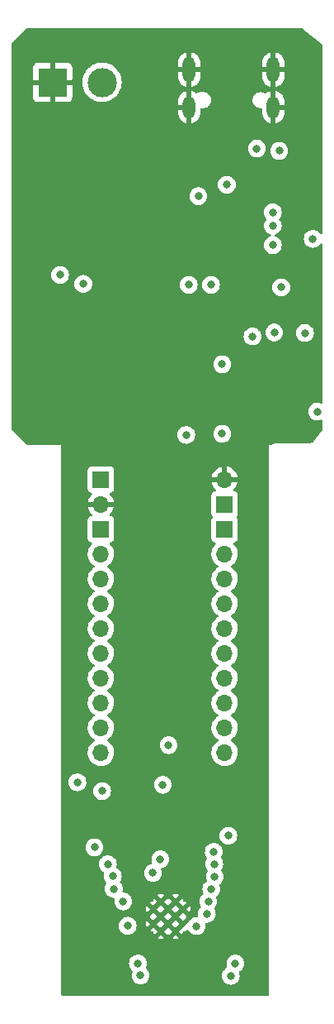
<source format=gbr>
%TF.GenerationSoftware,KiCad,Pcbnew,(6.0.11-0)*%
%TF.CreationDate,2023-10-17T10:34:41+02:00*%
%TF.ProjectId,ZESP32,5a455350-3332-42e6-9b69-6361645f7063,rev?*%
%TF.SameCoordinates,Original*%
%TF.FileFunction,Copper,L3,Inr*%
%TF.FilePolarity,Positive*%
%FSLAX46Y46*%
G04 Gerber Fmt 4.6, Leading zero omitted, Abs format (unit mm)*
G04 Created by KiCad (PCBNEW (6.0.11-0)) date 2023-10-17 10:34:41*
%MOMM*%
%LPD*%
G01*
G04 APERTURE LIST*
%TA.AperFunction,ComponentPad*%
%ADD10R,1.700000X1.700000*%
%TD*%
%TA.AperFunction,ComponentPad*%
%ADD11O,1.700000X1.700000*%
%TD*%
%TA.AperFunction,HeatsinkPad*%
%ADD12C,0.475000*%
%TD*%
%TA.AperFunction,ComponentPad*%
%ADD13O,1.300000X2.300000*%
%TD*%
%TA.AperFunction,ComponentPad*%
%ADD14O,1.300000X2.600000*%
%TD*%
%TA.AperFunction,ComponentPad*%
%ADD15R,3.000000X3.000000*%
%TD*%
%TA.AperFunction,ComponentPad*%
%ADD16C,3.000000*%
%TD*%
%TA.AperFunction,ViaPad*%
%ADD17C,0.800000*%
%TD*%
G04 APERTURE END LIST*
D10*
%TO.N,EXT_5V*%
%TO.C,J8*%
X91440000Y-88900000D03*
D11*
%TO.N,GND*%
X91440000Y-91440000D03*
%TD*%
D10*
%TO.N,D23*%
%TO.C,J3*%
X91440000Y-93980000D03*
D11*
%TO.N,D22*%
X91440000Y-96520000D03*
%TO.N,D21*%
X91440000Y-99060000D03*
%TO.N,D19*%
X91440000Y-101600000D03*
%TO.N,D18*%
X91440000Y-104140000D03*
%TO.N,D5*%
X91440000Y-106680000D03*
%TO.N,D17*%
X91440000Y-109220000D03*
%TO.N,D16*%
X91440000Y-111760000D03*
%TO.N,D4*%
X91440000Y-114300000D03*
%TO.N,D15*%
X91440000Y-116840000D03*
%TD*%
D12*
%TO.N,GND*%
%TO.C,U4*%
X98343000Y-132862500D03*
X99105500Y-135150000D03*
X97580500Y-133625000D03*
X99105500Y-132100000D03*
X97580500Y-135150000D03*
X96818000Y-134387500D03*
X99105500Y-133625000D03*
X97580500Y-132100000D03*
X98343000Y-134387500D03*
X99868000Y-132862500D03*
X99868000Y-134387500D03*
X96818000Y-132862500D03*
%TD*%
D10*
%TO.N,+3V3*%
%TO.C,J7*%
X104140000Y-91440000D03*
D11*
%TO.N,GND*%
X104140000Y-88900000D03*
%TD*%
D13*
%TO.N,GND*%
%TO.C,J2*%
X109140800Y-50778200D03*
D14*
X100500800Y-46953200D03*
X109140800Y-46953200D03*
D13*
X100500800Y-50778200D03*
%TD*%
D15*
%TO.N,GND*%
%TO.C,J1*%
X86482000Y-48239600D03*
D16*
%TO.N,Net-(D1-Pad2)*%
X91562000Y-48239600D03*
%TD*%
D10*
%TO.N,D34*%
%TO.C,J4*%
X104140000Y-93980000D03*
D11*
%TO.N,D35*%
X104140000Y-96520000D03*
%TO.N,D32*%
X104140000Y-99060000D03*
%TO.N,D33*%
X104140000Y-101600000D03*
%TO.N,D25*%
X104140000Y-104140000D03*
%TO.N,D26*%
X104140000Y-106680000D03*
%TO.N,D27*%
X104140000Y-109220000D03*
%TO.N,D14*%
X104140000Y-111760000D03*
%TO.N,D12*%
X104140000Y-114300000D03*
%TO.N,D13*%
X104140000Y-116840000D03*
%TD*%
D17*
%TO.N,IO0*%
X109750000Y-55250000D03*
X107000000Y-74250000D03*
%TO.N,GND*%
X98353800Y-140965000D03*
X92019200Y-58094800D03*
X97230100Y-58598900D03*
X112522000Y-78359000D03*
X103124000Y-72517000D03*
X92331600Y-76451400D03*
X102362000Y-56007000D03*
X83942000Y-58094800D03*
X105664000Y-60071000D03*
X98343000Y-129901400D03*
X95651000Y-93325000D03*
X95351600Y-64871600D03*
%TO.N,IO0*%
X97790000Y-120142000D03*
X89027000Y-119888000D03*
%TO.N,ENA*%
X113182400Y-64262000D03*
X113639600Y-81940400D03*
X100203000Y-84328000D03*
X105247500Y-138430000D03*
X103886000Y-84201000D03*
X98384300Y-116078000D03*
%TO.N,EXT_5V*%
X87249000Y-67945000D03*
%TO.N,+3V3*%
X101452000Y-59888800D03*
X89631600Y-68864400D03*
X104775000Y-139700000D03*
X100457000Y-68961000D03*
X104521000Y-125349000D03*
X102743000Y-68961000D03*
X103886000Y-77089000D03*
%TO.N,D5*%
X92659200Y-129489200D03*
%TO.N,D19*%
X93726000Y-132080000D03*
%TO.N,D18*%
X92760800Y-130810000D03*
%TO.N,D17*%
X92151200Y-128270000D03*
%TO.N,D16*%
X90779600Y-126542800D03*
%TO.N,D15*%
X91567000Y-120777000D03*
%TO.N,D26*%
X103073200Y-128270000D03*
%TO.N,D25*%
X103124000Y-129540000D03*
%TO.N,D23*%
X95504000Y-139649200D03*
%TO.N,D22*%
X95234700Y-138430000D03*
%TO.N,D21*%
X94183200Y-134569200D03*
%TO.N,D34*%
X101249400Y-134615000D03*
%TO.N,D35*%
X102311200Y-133350000D03*
%TO.N,D32*%
X102463600Y-132080000D03*
%TO.N,D33*%
X102768400Y-130810000D03*
%TO.N,D27*%
X103022400Y-127000000D03*
%TO.N,Net-(JP1-Pad1)*%
X109088000Y-61549200D03*
X109951600Y-69220000D03*
%TO.N,RXD0*%
X112390000Y-73893600D03*
X97536000Y-127762000D03*
%TO.N,Net-(JP2-Pad1)*%
X109088000Y-64902000D03*
X109088000Y-62920800D03*
%TO.N,TXD0*%
X109240400Y-73842800D03*
X96774000Y-129159000D03*
%TO.N,D-*%
X107447100Y-55012000D03*
X104363600Y-58720400D03*
%TD*%
%TA.AperFunction,Conductor*%
%TO.N,GND*%
G36*
X112040120Y-42692502D02*
G01*
X112048531Y-42698406D01*
X113016638Y-43438724D01*
X114123039Y-44284795D01*
X114165001Y-44342064D01*
X114172500Y-44384884D01*
X114172500Y-63689667D01*
X114152498Y-63757788D01*
X114098842Y-63804281D01*
X114028568Y-63814385D01*
X113963988Y-63784891D01*
X113937382Y-63752669D01*
X113921440Y-63725056D01*
X113808539Y-63599666D01*
X113798075Y-63588045D01*
X113798074Y-63588044D01*
X113793653Y-63583134D01*
X113639152Y-63470882D01*
X113633124Y-63468198D01*
X113633122Y-63468197D01*
X113470719Y-63395891D01*
X113470718Y-63395891D01*
X113464688Y-63393206D01*
X113371288Y-63373353D01*
X113284344Y-63354872D01*
X113284339Y-63354872D01*
X113277887Y-63353500D01*
X113086913Y-63353500D01*
X113080461Y-63354872D01*
X113080456Y-63354872D01*
X112993512Y-63373353D01*
X112900112Y-63393206D01*
X112894082Y-63395891D01*
X112894081Y-63395891D01*
X112731678Y-63468197D01*
X112731676Y-63468198D01*
X112725648Y-63470882D01*
X112571147Y-63583134D01*
X112566726Y-63588044D01*
X112566725Y-63588045D01*
X112556262Y-63599666D01*
X112443360Y-63725056D01*
X112347873Y-63890444D01*
X112288858Y-64072072D01*
X112268896Y-64262000D01*
X112288858Y-64451928D01*
X112347873Y-64633556D01*
X112443360Y-64798944D01*
X112571147Y-64940866D01*
X112725648Y-65053118D01*
X112731676Y-65055802D01*
X112731678Y-65055803D01*
X112894081Y-65128109D01*
X112900112Y-65130794D01*
X112993513Y-65150647D01*
X113080456Y-65169128D01*
X113080461Y-65169128D01*
X113086913Y-65170500D01*
X113277887Y-65170500D01*
X113284339Y-65169128D01*
X113284344Y-65169128D01*
X113371287Y-65150647D01*
X113464688Y-65130794D01*
X113470719Y-65128109D01*
X113633122Y-65055803D01*
X113633124Y-65055802D01*
X113639152Y-65053118D01*
X113793653Y-64940866D01*
X113921440Y-64798944D01*
X113937381Y-64771333D01*
X113988763Y-64722340D01*
X114058476Y-64708903D01*
X114124387Y-64735290D01*
X114165570Y-64793122D01*
X114172500Y-64834333D01*
X114172500Y-80989162D01*
X114152498Y-81057283D01*
X114098842Y-81103776D01*
X114028568Y-81113880D01*
X113995252Y-81104269D01*
X113927923Y-81074292D01*
X113927915Y-81074289D01*
X113921888Y-81071606D01*
X113828488Y-81051753D01*
X113741544Y-81033272D01*
X113741539Y-81033272D01*
X113735087Y-81031900D01*
X113544113Y-81031900D01*
X113537661Y-81033272D01*
X113537656Y-81033272D01*
X113450712Y-81051753D01*
X113357312Y-81071606D01*
X113351282Y-81074291D01*
X113351281Y-81074291D01*
X113188878Y-81146597D01*
X113188876Y-81146598D01*
X113182848Y-81149282D01*
X113028347Y-81261534D01*
X112900560Y-81403456D01*
X112805073Y-81568844D01*
X112746058Y-81750472D01*
X112726096Y-81940400D01*
X112746058Y-82130328D01*
X112805073Y-82311956D01*
X112900560Y-82477344D01*
X113028347Y-82619266D01*
X113182848Y-82731518D01*
X113188876Y-82734202D01*
X113188878Y-82734203D01*
X113351279Y-82806508D01*
X113357312Y-82809194D01*
X113450713Y-82829047D01*
X113537656Y-82847528D01*
X113537661Y-82847528D01*
X113544113Y-82848900D01*
X113735087Y-82848900D01*
X113741539Y-82847528D01*
X113741544Y-82847528D01*
X113828487Y-82829047D01*
X113921888Y-82809194D01*
X113927915Y-82806511D01*
X113927923Y-82806508D01*
X113995252Y-82776531D01*
X114065619Y-82767097D01*
X114129916Y-82797204D01*
X114167729Y-82857293D01*
X114172500Y-82891638D01*
X114172500Y-83516633D01*
X114171000Y-83536018D01*
X114168690Y-83550851D01*
X114168690Y-83550855D01*
X114167309Y-83559724D01*
X114169304Y-83574981D01*
X114170047Y-83600301D01*
X114156404Y-83791056D01*
X114156343Y-83791906D01*
X114153785Y-83809694D01*
X114145022Y-83849979D01*
X114137537Y-83884385D01*
X114114288Y-83934425D01*
X113284463Y-85013198D01*
X113244978Y-85046961D01*
X113215551Y-85063029D01*
X113199204Y-85070495D01*
X113197406Y-85071166D01*
X112995445Y-85146493D01*
X112978196Y-85151558D01*
X112765694Y-85197785D01*
X112747900Y-85200343D01*
X112728050Y-85201763D01*
X112563394Y-85213539D01*
X112545419Y-85212791D01*
X112537146Y-85212690D01*
X112528276Y-85211309D01*
X112519374Y-85212473D01*
X112519372Y-85212473D01*
X112504323Y-85214441D01*
X112496714Y-85215436D01*
X112480379Y-85216500D01*
X109355623Y-85216500D01*
X109354853Y-85216498D01*
X109354037Y-85216493D01*
X109277279Y-85216024D01*
X109254918Y-85222415D01*
X109248847Y-85224150D01*
X109232085Y-85227728D01*
X109202813Y-85231920D01*
X109194645Y-85235634D01*
X109194644Y-85235634D01*
X109179438Y-85242548D01*
X109161914Y-85248996D01*
X109137229Y-85256051D01*
X109129635Y-85260843D01*
X109129632Y-85260844D01*
X109112220Y-85271830D01*
X109097137Y-85279969D01*
X109070218Y-85292208D01*
X109063416Y-85298069D01*
X109050765Y-85308970D01*
X109035756Y-85320076D01*
X109028647Y-85324561D01*
X108961412Y-85344000D01*
X108712000Y-85344000D01*
X108712000Y-141606000D01*
X108691998Y-141674121D01*
X108638342Y-141720614D01*
X108586000Y-141732000D01*
X87502500Y-141732000D01*
X87434379Y-141711998D01*
X87387886Y-141658342D01*
X87376500Y-141606000D01*
X87376500Y-138430000D01*
X94321196Y-138430000D01*
X94341158Y-138619928D01*
X94400173Y-138801556D01*
X94495660Y-138966944D01*
X94500078Y-138971851D01*
X94500079Y-138971852D01*
X94544453Y-139021134D01*
X94623447Y-139108866D01*
X94633026Y-139115826D01*
X94676380Y-139172046D01*
X94682457Y-139242782D01*
X94674072Y-139269012D01*
X94672777Y-139271921D01*
X94669473Y-139277644D01*
X94610458Y-139459272D01*
X94609768Y-139465833D01*
X94609768Y-139465835D01*
X94605119Y-139510072D01*
X94590496Y-139649200D01*
X94610458Y-139839128D01*
X94669473Y-140020756D01*
X94764960Y-140186144D01*
X94769378Y-140191051D01*
X94769379Y-140191052D01*
X94888325Y-140323155D01*
X94892747Y-140328066D01*
X95047248Y-140440318D01*
X95053276Y-140443002D01*
X95053278Y-140443003D01*
X95215681Y-140515309D01*
X95221712Y-140517994D01*
X95315112Y-140537847D01*
X95402056Y-140556328D01*
X95402061Y-140556328D01*
X95408513Y-140557700D01*
X95599487Y-140557700D01*
X95605939Y-140556328D01*
X95605944Y-140556328D01*
X95692888Y-140537847D01*
X95786288Y-140517994D01*
X95792319Y-140515309D01*
X95954722Y-140443003D01*
X95954724Y-140443002D01*
X95960752Y-140440318D01*
X96115253Y-140328066D01*
X96119675Y-140323155D01*
X96238621Y-140191052D01*
X96238622Y-140191051D01*
X96243040Y-140186144D01*
X96338527Y-140020756D01*
X96397542Y-139839128D01*
X96412165Y-139700000D01*
X103861496Y-139700000D01*
X103862186Y-139706565D01*
X103876779Y-139845406D01*
X103881458Y-139889928D01*
X103940473Y-140071556D01*
X104035960Y-140236944D01*
X104040378Y-140241851D01*
X104040379Y-140241852D01*
X104121503Y-140331949D01*
X104163747Y-140378866D01*
X104318248Y-140491118D01*
X104324276Y-140493802D01*
X104324278Y-140493803D01*
X104467794Y-140557700D01*
X104492712Y-140568794D01*
X104586113Y-140588647D01*
X104673056Y-140607128D01*
X104673061Y-140607128D01*
X104679513Y-140608500D01*
X104870487Y-140608500D01*
X104876939Y-140607128D01*
X104876944Y-140607128D01*
X104963887Y-140588647D01*
X105057288Y-140568794D01*
X105082206Y-140557700D01*
X105225722Y-140493803D01*
X105225724Y-140493802D01*
X105231752Y-140491118D01*
X105386253Y-140378866D01*
X105428497Y-140331949D01*
X105509621Y-140241852D01*
X105509622Y-140241851D01*
X105514040Y-140236944D01*
X105609527Y-140071556D01*
X105668542Y-139889928D01*
X105673222Y-139845406D01*
X105687814Y-139706565D01*
X105688504Y-139700000D01*
X105668542Y-139510072D01*
X105626092Y-139379425D01*
X105624064Y-139308458D01*
X105660727Y-139247660D01*
X105694671Y-139225384D01*
X105698221Y-139223803D01*
X105704252Y-139221118D01*
X105858753Y-139108866D01*
X105937747Y-139021134D01*
X105982121Y-138971852D01*
X105982122Y-138971851D01*
X105986540Y-138966944D01*
X106082027Y-138801556D01*
X106141042Y-138619928D01*
X106161004Y-138430000D01*
X106141042Y-138240072D01*
X106082027Y-138058444D01*
X105986540Y-137893056D01*
X105858753Y-137751134D01*
X105704252Y-137638882D01*
X105698224Y-137636198D01*
X105698222Y-137636197D01*
X105535819Y-137563891D01*
X105535818Y-137563891D01*
X105529788Y-137561206D01*
X105436388Y-137541353D01*
X105349444Y-137522872D01*
X105349439Y-137522872D01*
X105342987Y-137521500D01*
X105152013Y-137521500D01*
X105145561Y-137522872D01*
X105145556Y-137522872D01*
X105058612Y-137541353D01*
X104965212Y-137561206D01*
X104959182Y-137563891D01*
X104959181Y-137563891D01*
X104796778Y-137636197D01*
X104796776Y-137636198D01*
X104790748Y-137638882D01*
X104636247Y-137751134D01*
X104508460Y-137893056D01*
X104412973Y-138058444D01*
X104353958Y-138240072D01*
X104333996Y-138430000D01*
X104353958Y-138619928D01*
X104355998Y-138626206D01*
X104396408Y-138750575D01*
X104398436Y-138821542D01*
X104361773Y-138882340D01*
X104327829Y-138904616D01*
X104325543Y-138905634D01*
X104318248Y-138908882D01*
X104163747Y-139021134D01*
X104159326Y-139026044D01*
X104159325Y-139026045D01*
X104081257Y-139112749D01*
X104035960Y-139163056D01*
X103940473Y-139328444D01*
X103881458Y-139510072D01*
X103861496Y-139700000D01*
X96412165Y-139700000D01*
X96417504Y-139649200D01*
X96402881Y-139510072D01*
X96398232Y-139465835D01*
X96398232Y-139465833D01*
X96397542Y-139459272D01*
X96338527Y-139277644D01*
X96243040Y-139112256D01*
X96160994Y-139021134D01*
X96119675Y-138975245D01*
X96119674Y-138975244D01*
X96115253Y-138970334D01*
X96105674Y-138963374D01*
X96062320Y-138907154D01*
X96056243Y-138836418D01*
X96064628Y-138810188D01*
X96065925Y-138807276D01*
X96069227Y-138801556D01*
X96128242Y-138619928D01*
X96148204Y-138430000D01*
X96128242Y-138240072D01*
X96069227Y-138058444D01*
X95973740Y-137893056D01*
X95845953Y-137751134D01*
X95691452Y-137638882D01*
X95685424Y-137636198D01*
X95685422Y-137636197D01*
X95523019Y-137563891D01*
X95523018Y-137563891D01*
X95516988Y-137561206D01*
X95423588Y-137541353D01*
X95336644Y-137522872D01*
X95336639Y-137522872D01*
X95330187Y-137521500D01*
X95139213Y-137521500D01*
X95132761Y-137522872D01*
X95132756Y-137522872D01*
X95045812Y-137541353D01*
X94952412Y-137561206D01*
X94946382Y-137563891D01*
X94946381Y-137563891D01*
X94783978Y-137636197D01*
X94783976Y-137636198D01*
X94777948Y-137638882D01*
X94623447Y-137751134D01*
X94495660Y-137893056D01*
X94400173Y-138058444D01*
X94341158Y-138240072D01*
X94321196Y-138430000D01*
X87376500Y-138430000D01*
X87376500Y-135820420D01*
X97251575Y-135820420D01*
X97254358Y-135824138D01*
X97392400Y-135875475D01*
X97405991Y-135878864D01*
X97557808Y-135899121D01*
X97571804Y-135899414D01*
X97724331Y-135885533D01*
X97738055Y-135882716D01*
X97883719Y-135835387D01*
X97896469Y-135829603D01*
X97898299Y-135828512D01*
X97905802Y-135820420D01*
X98776575Y-135820420D01*
X98779358Y-135824138D01*
X98917400Y-135875475D01*
X98930991Y-135878864D01*
X99082808Y-135899121D01*
X99096804Y-135899414D01*
X99249331Y-135885533D01*
X99263055Y-135882716D01*
X99408719Y-135835387D01*
X99421469Y-135829603D01*
X99423299Y-135828512D01*
X99432887Y-135818171D01*
X99429381Y-135809757D01*
X99118312Y-135498688D01*
X99104368Y-135491074D01*
X99102533Y-135491205D01*
X99095923Y-135495453D01*
X98783334Y-135808041D01*
X98776575Y-135820420D01*
X97905802Y-135820420D01*
X97907887Y-135818171D01*
X97904381Y-135809757D01*
X97593312Y-135498688D01*
X97579368Y-135491074D01*
X97577533Y-135491205D01*
X97570923Y-135495453D01*
X97258334Y-135808041D01*
X97251575Y-135820420D01*
X87376500Y-135820420D01*
X87376500Y-134569200D01*
X93269696Y-134569200D01*
X93270386Y-134575765D01*
X93287247Y-134736185D01*
X93289658Y-134759128D01*
X93348673Y-134940756D01*
X93444160Y-135106144D01*
X93448578Y-135111051D01*
X93448579Y-135111052D01*
X93543327Y-135216280D01*
X93571947Y-135248066D01*
X93726448Y-135360318D01*
X93732476Y-135363002D01*
X93732478Y-135363003D01*
X93894881Y-135435309D01*
X93900912Y-135437994D01*
X93977089Y-135454186D01*
X94081256Y-135476328D01*
X94081261Y-135476328D01*
X94087713Y-135477700D01*
X94278687Y-135477700D01*
X94285139Y-135476328D01*
X94285144Y-135476328D01*
X94389311Y-135454186D01*
X94465488Y-135437994D01*
X94471519Y-135435309D01*
X94633922Y-135363003D01*
X94633924Y-135363002D01*
X94639952Y-135360318D01*
X94794453Y-135248066D01*
X94823073Y-135216280D01*
X94917821Y-135111052D01*
X94917822Y-135111051D01*
X94922240Y-135106144D01*
X94950082Y-135057920D01*
X96489075Y-135057920D01*
X96491858Y-135061638D01*
X96629900Y-135112975D01*
X96643491Y-135116364D01*
X96731542Y-135128112D01*
X96796419Y-135156947D01*
X96835407Y-135216280D01*
X96840277Y-135240709D01*
X96845990Y-135298971D01*
X96848901Y-135312664D01*
X96897246Y-135457993D01*
X96902213Y-135468743D01*
X96911988Y-135477680D01*
X96920607Y-135474018D01*
X97231816Y-135162808D01*
X97238193Y-135151129D01*
X97921574Y-135151129D01*
X97921705Y-135152967D01*
X97925955Y-135159579D01*
X98238122Y-135471747D01*
X98250501Y-135478506D01*
X98270006Y-135463905D01*
X98336527Y-135439094D01*
X98405901Y-135454186D01*
X98430533Y-135471779D01*
X98436988Y-135477680D01*
X98445607Y-135474018D01*
X98756816Y-135162808D01*
X98763193Y-135151129D01*
X99446574Y-135151129D01*
X99446705Y-135152967D01*
X99450955Y-135159579D01*
X99763122Y-135471747D01*
X99775501Y-135478506D01*
X99779317Y-135475649D01*
X99829646Y-135343157D01*
X99833128Y-135329596D01*
X99846321Y-135235724D01*
X99875609Y-135171050D01*
X99935213Y-135132477D01*
X99959676Y-135127778D01*
X100011840Y-135123031D01*
X100025555Y-135120216D01*
X100171219Y-135072887D01*
X100183968Y-135067103D01*
X100280597Y-135009501D01*
X100349351Y-134991801D01*
X100416761Y-135014083D01*
X100454233Y-135054730D01*
X100507058Y-135146226D01*
X100507061Y-135146231D01*
X100510360Y-135151944D01*
X100514778Y-135156851D01*
X100514779Y-135156852D01*
X100600405Y-135251949D01*
X100638147Y-135293866D01*
X100792648Y-135406118D01*
X100798676Y-135408802D01*
X100798678Y-135408803D01*
X100955235Y-135478506D01*
X100967112Y-135483794D01*
X101060513Y-135503647D01*
X101147456Y-135522128D01*
X101147461Y-135522128D01*
X101153913Y-135523500D01*
X101344887Y-135523500D01*
X101351339Y-135522128D01*
X101351344Y-135522128D01*
X101438287Y-135503647D01*
X101531688Y-135483794D01*
X101543565Y-135478506D01*
X101700122Y-135408803D01*
X101700124Y-135408802D01*
X101706152Y-135406118D01*
X101860653Y-135293866D01*
X101898395Y-135251949D01*
X101984021Y-135156852D01*
X101984022Y-135156851D01*
X101988440Y-135151944D01*
X102083927Y-134986556D01*
X102142942Y-134804928D01*
X102162904Y-134615000D01*
X102142942Y-134425072D01*
X102140903Y-134418795D01*
X102139529Y-134412334D01*
X102142083Y-134411791D01*
X102140375Y-134352498D01*
X102177023Y-134291691D01*
X102240728Y-134260351D01*
X102262243Y-134258500D01*
X102406687Y-134258500D01*
X102413139Y-134257128D01*
X102413144Y-134257128D01*
X102500088Y-134238647D01*
X102593488Y-134218794D01*
X102625654Y-134204473D01*
X102761922Y-134143803D01*
X102761924Y-134143802D01*
X102767952Y-134141118D01*
X102922453Y-134028866D01*
X102972138Y-133973685D01*
X103045821Y-133891852D01*
X103045822Y-133891851D01*
X103050240Y-133886944D01*
X103131495Y-133746206D01*
X103142423Y-133727279D01*
X103142424Y-133727278D01*
X103145727Y-133721556D01*
X103204742Y-133539928D01*
X103224704Y-133350000D01*
X103217299Y-133279546D01*
X103205432Y-133166635D01*
X103205432Y-133166633D01*
X103204742Y-133160072D01*
X103145727Y-132978444D01*
X103086565Y-132875972D01*
X103069827Y-132806978D01*
X103093047Y-132739886D01*
X103102048Y-132728663D01*
X103198221Y-132621852D01*
X103198222Y-132621851D01*
X103202640Y-132616944D01*
X103298127Y-132451556D01*
X103357142Y-132269928D01*
X103365854Y-132187043D01*
X103376414Y-132086565D01*
X103377104Y-132080000D01*
X103361038Y-131927137D01*
X103357832Y-131896635D01*
X103357832Y-131896633D01*
X103357142Y-131890072D01*
X103298127Y-131708444D01*
X103289633Y-131693733D01*
X103272896Y-131624740D01*
X103296116Y-131557648D01*
X103324692Y-131528798D01*
X103374310Y-131492749D01*
X103374316Y-131492744D01*
X103379653Y-131488866D01*
X103438649Y-131423344D01*
X103503021Y-131351852D01*
X103503022Y-131351851D01*
X103507440Y-131346944D01*
X103602927Y-131181556D01*
X103661942Y-130999928D01*
X103681904Y-130810000D01*
X103661942Y-130620072D01*
X103602927Y-130438444D01*
X103602087Y-130436989D01*
X103592897Y-130368434D01*
X103623005Y-130304137D01*
X103643377Y-130285618D01*
X103729909Y-130222749D01*
X103729911Y-130222747D01*
X103735253Y-130218866D01*
X103774169Y-130175645D01*
X103858621Y-130081852D01*
X103858622Y-130081851D01*
X103863040Y-130076944D01*
X103958527Y-129911556D01*
X104017542Y-129729928D01*
X104022222Y-129685406D01*
X104036814Y-129546565D01*
X104037504Y-129540000D01*
X104017542Y-129350072D01*
X103958527Y-129168444D01*
X103953075Y-129159000D01*
X103866341Y-129008774D01*
X103863040Y-129003056D01*
X103823870Y-128959553D01*
X103793154Y-128895547D01*
X103801919Y-128825094D01*
X103812272Y-128806962D01*
X103812240Y-128806944D01*
X103904423Y-128647279D01*
X103904424Y-128647278D01*
X103907727Y-128641556D01*
X103966742Y-128459928D01*
X103968338Y-128444749D01*
X103986014Y-128276565D01*
X103986704Y-128270000D01*
X103986014Y-128263435D01*
X103967432Y-128086635D01*
X103967432Y-128086633D01*
X103966742Y-128080072D01*
X103907727Y-127898444D01*
X103812240Y-127733056D01*
X103773070Y-127689553D01*
X103742354Y-127625547D01*
X103751119Y-127555094D01*
X103761472Y-127536962D01*
X103761440Y-127536944D01*
X103853623Y-127377279D01*
X103853624Y-127377278D01*
X103856927Y-127371556D01*
X103915942Y-127189928D01*
X103927575Y-127079251D01*
X103935214Y-127006565D01*
X103935904Y-127000000D01*
X103924680Y-126893206D01*
X103916632Y-126816635D01*
X103916632Y-126816633D01*
X103915942Y-126810072D01*
X103856927Y-126628444D01*
X103761440Y-126463056D01*
X103633653Y-126321134D01*
X103493307Y-126219166D01*
X103484494Y-126212763D01*
X103484493Y-126212762D01*
X103479152Y-126208882D01*
X103473124Y-126206198D01*
X103473122Y-126206197D01*
X103310719Y-126133891D01*
X103310718Y-126133891D01*
X103304688Y-126131206D01*
X103211287Y-126111353D01*
X103124344Y-126092872D01*
X103124339Y-126092872D01*
X103117887Y-126091500D01*
X102926913Y-126091500D01*
X102920461Y-126092872D01*
X102920456Y-126092872D01*
X102833513Y-126111353D01*
X102740112Y-126131206D01*
X102734082Y-126133891D01*
X102734081Y-126133891D01*
X102571678Y-126206197D01*
X102571676Y-126206198D01*
X102565648Y-126208882D01*
X102560307Y-126212762D01*
X102560306Y-126212763D01*
X102551493Y-126219166D01*
X102411147Y-126321134D01*
X102283360Y-126463056D01*
X102187873Y-126628444D01*
X102128858Y-126810072D01*
X102128168Y-126816633D01*
X102128168Y-126816635D01*
X102120120Y-126893206D01*
X102108896Y-127000000D01*
X102109586Y-127006565D01*
X102117226Y-127079251D01*
X102128858Y-127189928D01*
X102187873Y-127371556D01*
X102283360Y-127536944D01*
X102322530Y-127580447D01*
X102353246Y-127644453D01*
X102344481Y-127714906D01*
X102334128Y-127733038D01*
X102334160Y-127733056D01*
X102238673Y-127898444D01*
X102179658Y-128080072D01*
X102178968Y-128086633D01*
X102178968Y-128086635D01*
X102160386Y-128263435D01*
X102159696Y-128270000D01*
X102160386Y-128276565D01*
X102178063Y-128444749D01*
X102179658Y-128459928D01*
X102238673Y-128641556D01*
X102334160Y-128806944D01*
X102373330Y-128850447D01*
X102404046Y-128914453D01*
X102395281Y-128984906D01*
X102384928Y-129003038D01*
X102384960Y-129003056D01*
X102294926Y-129159000D01*
X102289473Y-129168444D01*
X102230458Y-129350072D01*
X102210496Y-129540000D01*
X102211186Y-129546565D01*
X102225779Y-129685406D01*
X102230458Y-129729928D01*
X102289473Y-129911556D01*
X102290313Y-129913011D01*
X102299503Y-129981566D01*
X102269395Y-130045863D01*
X102249023Y-130064382D01*
X102167579Y-130123555D01*
X102157147Y-130131134D01*
X102152726Y-130136044D01*
X102152725Y-130136045D01*
X102074657Y-130222749D01*
X102029360Y-130273056D01*
X101933873Y-130438444D01*
X101874858Y-130620072D01*
X101854896Y-130810000D01*
X101874858Y-130999928D01*
X101933873Y-131181556D01*
X101942367Y-131196267D01*
X101959104Y-131265260D01*
X101935884Y-131332352D01*
X101907308Y-131361202D01*
X101857690Y-131397251D01*
X101857684Y-131397256D01*
X101852347Y-131401134D01*
X101826495Y-131429846D01*
X101769857Y-131492749D01*
X101724560Y-131543056D01*
X101629073Y-131708444D01*
X101570058Y-131890072D01*
X101569368Y-131896633D01*
X101569368Y-131896635D01*
X101566162Y-131927137D01*
X101550096Y-132080000D01*
X101550786Y-132086565D01*
X101561347Y-132187043D01*
X101570058Y-132269928D01*
X101629073Y-132451556D01*
X101676350Y-132533441D01*
X101688235Y-132554027D01*
X101704973Y-132623022D01*
X101681753Y-132690114D01*
X101672752Y-132701337D01*
X101577633Y-132806978D01*
X101572160Y-132813056D01*
X101476673Y-132978444D01*
X101417658Y-133160072D01*
X101416968Y-133166633D01*
X101416968Y-133166635D01*
X101405101Y-133279546D01*
X101397696Y-133350000D01*
X101417658Y-133539928D01*
X101419697Y-133546205D01*
X101421071Y-133552666D01*
X101418517Y-133553209D01*
X101420225Y-133612502D01*
X101383577Y-133673309D01*
X101319872Y-133704649D01*
X101298357Y-133706500D01*
X101153913Y-133706500D01*
X101147461Y-133707872D01*
X101147456Y-133707872D01*
X101096888Y-133718621D01*
X100967112Y-133746206D01*
X100961082Y-133748891D01*
X100961081Y-133748891D01*
X100798678Y-133821197D01*
X100798676Y-133821198D01*
X100792648Y-133823882D01*
X100638147Y-133936134D01*
X100510360Y-134078056D01*
X100508665Y-134080991D01*
X100498609Y-134092766D01*
X100203876Y-134387500D01*
X99868000Y-134723376D01*
X99480505Y-135110870D01*
X99480504Y-135110871D01*
X99454185Y-135137191D01*
X99446574Y-135151129D01*
X98763193Y-135151129D01*
X98764427Y-135148870D01*
X98764295Y-135147034D01*
X98760046Y-135140422D01*
X98382130Y-134762505D01*
X98382128Y-134762503D01*
X98355809Y-134736185D01*
X98341871Y-134728574D01*
X98340033Y-134728705D01*
X98333421Y-134732955D01*
X97955505Y-135110870D01*
X97955503Y-135110872D01*
X97929185Y-135137191D01*
X97921574Y-135151129D01*
X97238193Y-135151129D01*
X97239427Y-135148870D01*
X97239295Y-135147034D01*
X97235046Y-135140422D01*
X96857130Y-134762505D01*
X96857128Y-134762503D01*
X96830809Y-134736185D01*
X96816871Y-134728574D01*
X96815033Y-134728705D01*
X96808421Y-134732955D01*
X96495834Y-135045541D01*
X96489075Y-135057920D01*
X94950082Y-135057920D01*
X95017727Y-134940756D01*
X95076742Y-134759128D01*
X95079154Y-134736185D01*
X95096014Y-134575765D01*
X95096704Y-134569200D01*
X95081720Y-134426631D01*
X95077432Y-134385835D01*
X95077432Y-134385833D01*
X95077243Y-134384037D01*
X96068544Y-134384037D01*
X96083490Y-134536470D01*
X96086401Y-134550164D01*
X96134746Y-134695493D01*
X96139713Y-134706243D01*
X96149488Y-134715180D01*
X96158107Y-134711518D01*
X96469316Y-134400308D01*
X96475693Y-134388629D01*
X97159074Y-134388629D01*
X97159205Y-134390468D01*
X97163453Y-134397077D01*
X97193005Y-134426630D01*
X97193004Y-134426630D01*
X97193005Y-134426631D01*
X97567690Y-134801315D01*
X97581630Y-134808927D01*
X97583466Y-134808795D01*
X97590078Y-134804546D01*
X97967995Y-134426630D01*
X97967997Y-134426628D01*
X97994315Y-134400309D01*
X98000693Y-134388629D01*
X98684074Y-134388629D01*
X98684205Y-134390468D01*
X98688453Y-134397077D01*
X98718005Y-134426630D01*
X98718004Y-134426630D01*
X98718005Y-134426631D01*
X99092690Y-134801315D01*
X99106630Y-134808927D01*
X99108466Y-134808795D01*
X99115078Y-134804546D01*
X99492995Y-134426630D01*
X99492997Y-134426628D01*
X99519315Y-134400309D01*
X99526926Y-134386371D01*
X99526795Y-134384533D01*
X99522545Y-134377921D01*
X99144630Y-134000005D01*
X99144628Y-134000003D01*
X99118309Y-133973685D01*
X99104371Y-133966074D01*
X99102533Y-133966205D01*
X99095921Y-133970455D01*
X98718005Y-134348370D01*
X98718003Y-134348372D01*
X98691685Y-134374691D01*
X98684074Y-134388629D01*
X98000693Y-134388629D01*
X98001926Y-134386371D01*
X98001795Y-134384533D01*
X97997545Y-134377921D01*
X97619630Y-134000005D01*
X97619628Y-134000003D01*
X97593309Y-133973685D01*
X97579371Y-133966074D01*
X97577533Y-133966205D01*
X97570921Y-133970455D01*
X97193005Y-134348370D01*
X97193003Y-134348372D01*
X97166685Y-134374691D01*
X97159074Y-134388629D01*
X96475693Y-134388629D01*
X96476927Y-134386370D01*
X96476795Y-134384534D01*
X96472546Y-134377922D01*
X96159825Y-134065201D01*
X96147445Y-134058441D01*
X96143231Y-134061596D01*
X96091227Y-134204473D01*
X96087935Y-134218081D01*
X96068740Y-134370031D01*
X96068544Y-134384037D01*
X95077243Y-134384037D01*
X95076742Y-134379272D01*
X95017727Y-134197644D01*
X94922240Y-134032256D01*
X94869503Y-133973685D01*
X94798875Y-133895245D01*
X94798874Y-133895244D01*
X94794453Y-133890334D01*
X94639952Y-133778082D01*
X94633924Y-133775398D01*
X94633922Y-133775397D01*
X94471519Y-133703091D01*
X94471518Y-133703091D01*
X94465488Y-133700406D01*
X94372087Y-133680553D01*
X94285144Y-133662072D01*
X94285139Y-133662072D01*
X94278687Y-133660700D01*
X94087713Y-133660700D01*
X94081261Y-133662072D01*
X94081256Y-133662072D01*
X93994313Y-133680553D01*
X93900912Y-133700406D01*
X93894882Y-133703091D01*
X93894881Y-133703091D01*
X93732478Y-133775397D01*
X93732476Y-133775398D01*
X93726448Y-133778082D01*
X93571947Y-133890334D01*
X93567526Y-133895244D01*
X93567525Y-133895245D01*
X93496898Y-133973685D01*
X93444160Y-134032256D01*
X93348673Y-134197644D01*
X93289658Y-134379272D01*
X93288968Y-134385833D01*
X93288968Y-134385835D01*
X93284680Y-134426631D01*
X93269696Y-134569200D01*
X87376500Y-134569200D01*
X87376500Y-133532920D01*
X96489075Y-133532920D01*
X96503362Y-133552005D01*
X96528173Y-133618525D01*
X96513082Y-133687899D01*
X96496075Y-133711886D01*
X96490003Y-133718621D01*
X96493827Y-133727451D01*
X96805188Y-134038812D01*
X96819132Y-134046426D01*
X96820967Y-134046295D01*
X96827577Y-134042047D01*
X97205495Y-133664130D01*
X97205497Y-133664128D01*
X97231815Y-133637809D01*
X97238193Y-133626129D01*
X97921574Y-133626129D01*
X97921705Y-133627968D01*
X97925953Y-133634577D01*
X97955505Y-133664130D01*
X97955504Y-133664130D01*
X97955505Y-133664131D01*
X98330190Y-134038815D01*
X98344130Y-134046427D01*
X98345966Y-134046295D01*
X98352578Y-134042046D01*
X98730495Y-133664130D01*
X98730497Y-133664128D01*
X98756815Y-133637809D01*
X98763193Y-133626129D01*
X99446574Y-133626129D01*
X99446705Y-133627968D01*
X99450953Y-133634577D01*
X99480505Y-133664130D01*
X99480504Y-133664130D01*
X99480505Y-133664131D01*
X99855190Y-134038815D01*
X99869130Y-134046427D01*
X99870966Y-134046295D01*
X99877578Y-134042046D01*
X100189900Y-133729725D01*
X100196659Y-133717347D01*
X100181745Y-133697425D01*
X100156934Y-133630905D01*
X100172025Y-133561530D01*
X100190218Y-133536246D01*
X100195387Y-133530671D01*
X100191881Y-133522257D01*
X99880812Y-133211188D01*
X99866868Y-133203574D01*
X99865033Y-133203705D01*
X99858423Y-133207953D01*
X99480505Y-133585870D01*
X99480503Y-133585872D01*
X99454185Y-133612191D01*
X99446574Y-133626129D01*
X98763193Y-133626129D01*
X98764426Y-133623871D01*
X98764295Y-133622033D01*
X98760045Y-133615421D01*
X98382130Y-133237505D01*
X98382128Y-133237503D01*
X98355809Y-133211185D01*
X98341871Y-133203574D01*
X98340033Y-133203705D01*
X98333421Y-133207955D01*
X97955505Y-133585870D01*
X97955503Y-133585872D01*
X97929185Y-133612191D01*
X97921574Y-133626129D01*
X97238193Y-133626129D01*
X97239426Y-133623871D01*
X97239295Y-133622033D01*
X97235045Y-133615421D01*
X96857130Y-133237505D01*
X96857128Y-133237503D01*
X96830809Y-133211185D01*
X96816871Y-133203574D01*
X96815033Y-133203705D01*
X96808421Y-133207955D01*
X96495834Y-133520541D01*
X96489075Y-133532920D01*
X87376500Y-133532920D01*
X87376500Y-128270000D01*
X91237696Y-128270000D01*
X91238386Y-128276565D01*
X91256063Y-128444749D01*
X91257658Y-128459928D01*
X91316673Y-128641556D01*
X91412160Y-128806944D01*
X91416578Y-128811851D01*
X91416579Y-128811852D01*
X91491938Y-128895547D01*
X91539947Y-128948866D01*
X91694448Y-129061118D01*
X91700477Y-129063802D01*
X91700480Y-129063804D01*
X91711859Y-129068870D01*
X91720616Y-129072769D01*
X91774712Y-129118747D01*
X91795363Y-129186674D01*
X91789203Y-129226810D01*
X91765658Y-129299272D01*
X91764968Y-129305833D01*
X91764968Y-129305835D01*
X91760439Y-129348928D01*
X91745696Y-129489200D01*
X91765658Y-129679128D01*
X91824673Y-129860756D01*
X91920160Y-130026144D01*
X91924578Y-130031051D01*
X91924579Y-130031052D01*
X92007869Y-130123555D01*
X92038587Y-130187562D01*
X92029822Y-130258016D01*
X92021364Y-130272827D01*
X92021760Y-130273056D01*
X91926273Y-130438444D01*
X91867258Y-130620072D01*
X91847296Y-130810000D01*
X91867258Y-130999928D01*
X91926273Y-131181556D01*
X92021760Y-131346944D01*
X92026178Y-131351851D01*
X92026179Y-131351852D01*
X92090551Y-131423344D01*
X92149547Y-131488866D01*
X92304048Y-131601118D01*
X92310076Y-131603802D01*
X92310078Y-131603803D01*
X92357104Y-131624740D01*
X92478512Y-131678794D01*
X92571913Y-131698647D01*
X92658856Y-131717128D01*
X92658861Y-131717128D01*
X92665313Y-131718500D01*
X92714781Y-131718500D01*
X92782902Y-131738502D01*
X92829395Y-131792158D01*
X92839499Y-131862432D01*
X92834613Y-131883439D01*
X92832458Y-131890072D01*
X92831768Y-131896635D01*
X92831767Y-131896642D01*
X92828562Y-131927137D01*
X92812496Y-132080000D01*
X92813186Y-132086565D01*
X92823747Y-132187043D01*
X92832458Y-132269928D01*
X92891473Y-132451556D01*
X92986960Y-132616944D01*
X92991378Y-132621851D01*
X92991379Y-132621852D01*
X93006723Y-132638893D01*
X93114747Y-132758866D01*
X93159123Y-132791107D01*
X93261469Y-132865466D01*
X93269248Y-132871118D01*
X93275276Y-132873802D01*
X93275278Y-132873803D01*
X93437681Y-132946109D01*
X93443712Y-132948794D01*
X93537113Y-132968647D01*
X93624056Y-132987128D01*
X93624061Y-132987128D01*
X93630513Y-132988500D01*
X93821487Y-132988500D01*
X93827939Y-132987128D01*
X93827944Y-132987128D01*
X93914887Y-132968647D01*
X94008288Y-132948794D01*
X94014319Y-132946109D01*
X94176722Y-132873803D01*
X94176724Y-132873802D01*
X94182752Y-132871118D01*
X94190532Y-132865466D01*
X94199381Y-132859037D01*
X96068544Y-132859037D01*
X96083490Y-133011470D01*
X96086401Y-133025164D01*
X96134746Y-133170493D01*
X96139713Y-133181243D01*
X96149488Y-133190180D01*
X96158107Y-133186518D01*
X96469316Y-132875308D01*
X96475693Y-132863629D01*
X97159074Y-132863629D01*
X97159205Y-132865468D01*
X97163453Y-132872077D01*
X97193005Y-132901630D01*
X97193004Y-132901630D01*
X97193005Y-132901631D01*
X97567690Y-133276315D01*
X97581630Y-133283927D01*
X97583466Y-133283795D01*
X97590078Y-133279546D01*
X97967995Y-132901630D01*
X97967997Y-132901628D01*
X97994315Y-132875309D01*
X98000693Y-132863629D01*
X98684074Y-132863629D01*
X98684205Y-132865468D01*
X98688453Y-132872077D01*
X98718005Y-132901630D01*
X98718004Y-132901630D01*
X98718005Y-132901631D01*
X99092690Y-133276315D01*
X99106630Y-133283927D01*
X99108466Y-133283795D01*
X99115078Y-133279546D01*
X99492995Y-132901630D01*
X99492997Y-132901628D01*
X99519315Y-132875309D01*
X99525692Y-132863630D01*
X100209073Y-132863630D01*
X100209205Y-132865466D01*
X100213454Y-132872078D01*
X100525622Y-133184247D01*
X100538001Y-133191006D01*
X100541817Y-133188149D01*
X100592146Y-133055657D01*
X100595628Y-133042096D01*
X100617374Y-132887369D01*
X100617980Y-132879487D01*
X100618162Y-132866447D01*
X100617777Y-132858577D01*
X100600359Y-132703290D01*
X100597257Y-132689637D01*
X100546889Y-132545000D01*
X100544976Y-132541009D01*
X100537271Y-132534159D01*
X100528220Y-132538155D01*
X100216684Y-132849692D01*
X100209073Y-132863630D01*
X99525692Y-132863630D01*
X99526926Y-132861371D01*
X99526795Y-132859533D01*
X99522545Y-132852921D01*
X99144630Y-132475005D01*
X99144628Y-132475003D01*
X99118309Y-132448685D01*
X99104371Y-132441074D01*
X99102533Y-132441205D01*
X99095921Y-132445455D01*
X98718005Y-132823370D01*
X98718003Y-132823372D01*
X98691685Y-132849691D01*
X98684074Y-132863629D01*
X98000693Y-132863629D01*
X98001926Y-132861371D01*
X98001795Y-132859533D01*
X97997545Y-132852921D01*
X97619630Y-132475005D01*
X97619628Y-132475003D01*
X97593309Y-132448685D01*
X97579371Y-132441074D01*
X97577533Y-132441205D01*
X97570921Y-132445455D01*
X97193005Y-132823370D01*
X97193003Y-132823372D01*
X97166685Y-132849691D01*
X97159074Y-132863629D01*
X96475693Y-132863629D01*
X96476927Y-132861370D01*
X96476795Y-132859534D01*
X96472546Y-132852922D01*
X96159825Y-132540201D01*
X96147445Y-132533441D01*
X96143231Y-132536596D01*
X96091227Y-132679473D01*
X96087935Y-132693081D01*
X96068740Y-132845031D01*
X96068544Y-132859037D01*
X94199381Y-132859037D01*
X94292877Y-132791107D01*
X94337253Y-132758866D01*
X94445277Y-132638893D01*
X94460621Y-132621852D01*
X94460622Y-132621851D01*
X94465040Y-132616944D01*
X94560527Y-132451556D01*
X94619542Y-132269928D01*
X94627563Y-132193621D01*
X96490003Y-132193621D01*
X96493827Y-132202451D01*
X96805188Y-132513812D01*
X96819132Y-132521426D01*
X96820967Y-132521295D01*
X96827577Y-132517047D01*
X97205495Y-132139130D01*
X97205497Y-132139128D01*
X97231815Y-132112809D01*
X97238192Y-132101130D01*
X97921573Y-132101130D01*
X97921705Y-132102966D01*
X97925954Y-132109578D01*
X97955505Y-132139130D01*
X97955504Y-132139130D01*
X97955505Y-132139131D01*
X98330190Y-132513815D01*
X98344130Y-132521427D01*
X98345966Y-132521295D01*
X98352578Y-132517046D01*
X98730495Y-132139130D01*
X98730497Y-132139128D01*
X98756815Y-132112809D01*
X98763192Y-132101130D01*
X99446573Y-132101130D01*
X99446705Y-132102966D01*
X99450954Y-132109578D01*
X99480505Y-132139130D01*
X99480504Y-132139130D01*
X99480505Y-132139131D01*
X99855190Y-132513815D01*
X99869130Y-132521427D01*
X99870966Y-132521295D01*
X99877578Y-132517046D01*
X100189900Y-132204725D01*
X100196659Y-132192346D01*
X100192689Y-132187043D01*
X100190232Y-132185844D01*
X100045948Y-132134467D01*
X100032323Y-132131272D01*
X99956041Y-132122175D01*
X99890768Y-132094247D01*
X99850956Y-132035464D01*
X99845746Y-132011106D01*
X99837859Y-131940790D01*
X99834757Y-131927137D01*
X99784389Y-131782500D01*
X99782476Y-131778509D01*
X99774771Y-131771659D01*
X99765720Y-131775655D01*
X99454184Y-132087192D01*
X99446573Y-132101130D01*
X98763192Y-132101130D01*
X98764426Y-132098871D01*
X98764295Y-132097034D01*
X98760044Y-132090420D01*
X98447325Y-131777701D01*
X98434945Y-131770941D01*
X98416329Y-131784877D01*
X98349809Y-131809688D01*
X98280435Y-131794597D01*
X98257110Y-131778183D01*
X98249771Y-131771659D01*
X98240720Y-131775655D01*
X97929184Y-132087192D01*
X97921573Y-132101130D01*
X97238192Y-132101130D01*
X97239426Y-132098871D01*
X97239295Y-132097034D01*
X97235044Y-132090420D01*
X96922325Y-131777701D01*
X96909945Y-131770941D01*
X96905731Y-131774096D01*
X96853727Y-131916973D01*
X96850435Y-131930582D01*
X96840052Y-132012770D01*
X96811670Y-132077847D01*
X96752610Y-132117248D01*
X96728217Y-132122288D01*
X96663902Y-132129048D01*
X96650238Y-132132053D01*
X96505243Y-132181412D01*
X96497889Y-132184873D01*
X96490003Y-132193621D01*
X94627563Y-132193621D01*
X94628254Y-132187043D01*
X94638814Y-132086565D01*
X94639504Y-132080000D01*
X94623438Y-131927137D01*
X94620232Y-131896635D01*
X94620232Y-131896633D01*
X94619542Y-131890072D01*
X94560527Y-131708444D01*
X94465040Y-131543056D01*
X94419744Y-131492749D01*
X94364254Y-131431121D01*
X97252503Y-131431121D01*
X97256327Y-131439951D01*
X97567688Y-131751312D01*
X97581632Y-131758926D01*
X97583467Y-131758795D01*
X97590077Y-131754547D01*
X97902400Y-131442225D01*
X97908463Y-131431121D01*
X98777503Y-131431121D01*
X98781327Y-131439951D01*
X99092688Y-131751312D01*
X99106632Y-131758926D01*
X99108467Y-131758795D01*
X99115077Y-131754547D01*
X99427400Y-131442225D01*
X99434159Y-131429846D01*
X99430189Y-131424543D01*
X99427732Y-131423344D01*
X99283448Y-131371967D01*
X99269822Y-131368771D01*
X99117729Y-131350635D01*
X99103733Y-131350537D01*
X98951402Y-131366548D01*
X98937738Y-131369553D01*
X98792743Y-131418912D01*
X98785389Y-131422373D01*
X98777503Y-131431121D01*
X97908463Y-131431121D01*
X97909159Y-131429846D01*
X97905189Y-131424543D01*
X97902732Y-131423344D01*
X97758448Y-131371967D01*
X97744822Y-131368771D01*
X97592729Y-131350635D01*
X97578733Y-131350537D01*
X97426402Y-131366548D01*
X97412738Y-131369553D01*
X97267743Y-131418912D01*
X97260389Y-131422373D01*
X97252503Y-131431121D01*
X94364254Y-131431121D01*
X94341675Y-131406045D01*
X94341673Y-131406043D01*
X94337253Y-131401134D01*
X94182752Y-131288882D01*
X94176724Y-131286198D01*
X94176722Y-131286197D01*
X94014319Y-131213891D01*
X94014318Y-131213891D01*
X94008288Y-131211206D01*
X93895721Y-131187279D01*
X93827944Y-131172872D01*
X93827939Y-131172872D01*
X93821487Y-131171500D01*
X93772019Y-131171500D01*
X93703898Y-131151498D01*
X93657405Y-131097842D01*
X93647301Y-131027568D01*
X93652187Y-131006561D01*
X93652300Y-131006213D01*
X93652300Y-131006212D01*
X93654342Y-130999928D01*
X93674304Y-130810000D01*
X93654342Y-130620072D01*
X93595327Y-130438444D01*
X93499840Y-130273056D01*
X93454544Y-130222749D01*
X93412131Y-130175645D01*
X93381413Y-130111638D01*
X93390178Y-130041184D01*
X93398636Y-130026373D01*
X93398240Y-130026144D01*
X93490423Y-129866479D01*
X93490424Y-129866478D01*
X93493727Y-129860756D01*
X93552742Y-129679128D01*
X93572704Y-129489200D01*
X93557961Y-129348928D01*
X93553432Y-129305835D01*
X93553432Y-129305833D01*
X93552742Y-129299272D01*
X93507164Y-129159000D01*
X95860496Y-129159000D01*
X95880458Y-129348928D01*
X95939473Y-129530556D01*
X95942776Y-129536278D01*
X95942777Y-129536279D01*
X95948716Y-129546565D01*
X96034960Y-129695944D01*
X96162747Y-129837866D01*
X96317248Y-129950118D01*
X96323276Y-129952802D01*
X96323278Y-129952803D01*
X96471695Y-130018882D01*
X96491712Y-130027794D01*
X96585112Y-130047647D01*
X96672056Y-130066128D01*
X96672061Y-130066128D01*
X96678513Y-130067500D01*
X96869487Y-130067500D01*
X96875939Y-130066128D01*
X96875944Y-130066128D01*
X96962888Y-130047647D01*
X97056288Y-130027794D01*
X97076305Y-130018882D01*
X97224722Y-129952803D01*
X97224724Y-129952802D01*
X97230752Y-129950118D01*
X97385253Y-129837866D01*
X97513040Y-129695944D01*
X97599284Y-129546565D01*
X97605223Y-129536279D01*
X97605224Y-129536278D01*
X97608527Y-129530556D01*
X97667542Y-129348928D01*
X97687504Y-129159000D01*
X97677216Y-129061118D01*
X97668232Y-128975635D01*
X97668232Y-128975633D01*
X97667542Y-128969072D01*
X97637558Y-128876790D01*
X97617711Y-128815708D01*
X97615683Y-128744741D01*
X97652346Y-128683943D01*
X97711347Y-128653525D01*
X97818288Y-128630794D01*
X97949161Y-128572526D01*
X97986722Y-128555803D01*
X97986724Y-128555802D01*
X97992752Y-128553118D01*
X98147253Y-128440866D01*
X98275040Y-128298944D01*
X98370527Y-128133556D01*
X98429542Y-127951928D01*
X98449504Y-127762000D01*
X98439121Y-127663210D01*
X98430232Y-127578635D01*
X98430232Y-127578633D01*
X98429542Y-127572072D01*
X98370527Y-127390444D01*
X98275040Y-127225056D01*
X98249064Y-127196206D01*
X98151675Y-127088045D01*
X98151674Y-127088044D01*
X98147253Y-127083134D01*
X98032829Y-127000000D01*
X97998094Y-126974763D01*
X97998093Y-126974762D01*
X97992752Y-126970882D01*
X97986724Y-126968198D01*
X97986722Y-126968197D01*
X97824319Y-126895891D01*
X97824318Y-126895891D01*
X97818288Y-126893206D01*
X97724888Y-126873353D01*
X97637944Y-126854872D01*
X97637939Y-126854872D01*
X97631487Y-126853500D01*
X97440513Y-126853500D01*
X97434061Y-126854872D01*
X97434056Y-126854872D01*
X97347112Y-126873353D01*
X97253712Y-126893206D01*
X97247682Y-126895891D01*
X97247681Y-126895891D01*
X97085278Y-126968197D01*
X97085276Y-126968198D01*
X97079248Y-126970882D01*
X97073907Y-126974762D01*
X97073906Y-126974763D01*
X97039171Y-127000000D01*
X96924747Y-127083134D01*
X96920326Y-127088044D01*
X96920325Y-127088045D01*
X96822937Y-127196206D01*
X96796960Y-127225056D01*
X96701473Y-127390444D01*
X96642458Y-127572072D01*
X96641768Y-127578633D01*
X96641768Y-127578635D01*
X96632879Y-127663210D01*
X96622496Y-127762000D01*
X96642458Y-127951928D01*
X96644498Y-127958206D01*
X96692289Y-128105292D01*
X96694317Y-128176259D01*
X96657654Y-128237057D01*
X96598653Y-128267475D01*
X96491712Y-128290206D01*
X96485682Y-128292891D01*
X96485681Y-128292891D01*
X96323278Y-128365197D01*
X96323276Y-128365198D01*
X96317248Y-128367882D01*
X96162747Y-128480134D01*
X96034960Y-128622056D01*
X95939473Y-128787444D01*
X95880458Y-128969072D01*
X95879768Y-128975633D01*
X95879768Y-128975635D01*
X95870784Y-129061118D01*
X95860496Y-129159000D01*
X93507164Y-129159000D01*
X93493727Y-129117644D01*
X93398240Y-128952256D01*
X93270453Y-128810334D01*
X93115952Y-128698082D01*
X93109923Y-128695398D01*
X93109920Y-128695396D01*
X93098541Y-128690330D01*
X93089784Y-128686431D01*
X93035688Y-128640453D01*
X93015037Y-128572526D01*
X93021197Y-128532390D01*
X93044742Y-128459928D01*
X93046338Y-128444749D01*
X93064014Y-128276565D01*
X93064704Y-128270000D01*
X93064014Y-128263435D01*
X93045432Y-128086635D01*
X93045432Y-128086633D01*
X93044742Y-128080072D01*
X92985727Y-127898444D01*
X92890240Y-127733056D01*
X92827351Y-127663210D01*
X92766875Y-127596045D01*
X92766874Y-127596044D01*
X92762453Y-127591134D01*
X92607952Y-127478882D01*
X92601924Y-127476198D01*
X92601922Y-127476197D01*
X92439519Y-127403891D01*
X92439518Y-127403891D01*
X92433488Y-127401206D01*
X92320921Y-127377279D01*
X92253144Y-127362872D01*
X92253139Y-127362872D01*
X92246687Y-127361500D01*
X92055713Y-127361500D01*
X92049261Y-127362872D01*
X92049256Y-127362872D01*
X91981479Y-127377279D01*
X91868912Y-127401206D01*
X91862882Y-127403891D01*
X91862881Y-127403891D01*
X91700478Y-127476197D01*
X91700476Y-127476198D01*
X91694448Y-127478882D01*
X91539947Y-127591134D01*
X91535526Y-127596044D01*
X91535525Y-127596045D01*
X91475050Y-127663210D01*
X91412160Y-127733056D01*
X91316673Y-127898444D01*
X91257658Y-128080072D01*
X91256968Y-128086633D01*
X91256968Y-128086635D01*
X91238386Y-128263435D01*
X91237696Y-128270000D01*
X87376500Y-128270000D01*
X87376500Y-126542800D01*
X89866096Y-126542800D01*
X89886058Y-126732728D01*
X89945073Y-126914356D01*
X90040560Y-127079744D01*
X90168347Y-127221666D01*
X90322848Y-127333918D01*
X90328876Y-127336602D01*
X90328878Y-127336603D01*
X90491281Y-127408909D01*
X90497312Y-127411594D01*
X90590712Y-127431447D01*
X90677656Y-127449928D01*
X90677661Y-127449928D01*
X90684113Y-127451300D01*
X90875087Y-127451300D01*
X90881539Y-127449928D01*
X90881544Y-127449928D01*
X90968488Y-127431447D01*
X91061888Y-127411594D01*
X91067919Y-127408909D01*
X91230322Y-127336603D01*
X91230324Y-127336602D01*
X91236352Y-127333918D01*
X91390853Y-127221666D01*
X91518640Y-127079744D01*
X91614127Y-126914356D01*
X91673142Y-126732728D01*
X91693104Y-126542800D01*
X91673142Y-126352872D01*
X91614127Y-126171244D01*
X91518640Y-126005856D01*
X91390853Y-125863934D01*
X91236352Y-125751682D01*
X91230324Y-125748998D01*
X91230322Y-125748997D01*
X91067919Y-125676691D01*
X91067918Y-125676691D01*
X91061888Y-125674006D01*
X90968487Y-125654153D01*
X90881544Y-125635672D01*
X90881539Y-125635672D01*
X90875087Y-125634300D01*
X90684113Y-125634300D01*
X90677661Y-125635672D01*
X90677656Y-125635672D01*
X90590713Y-125654153D01*
X90497312Y-125674006D01*
X90491282Y-125676691D01*
X90491281Y-125676691D01*
X90328878Y-125748997D01*
X90328876Y-125748998D01*
X90322848Y-125751682D01*
X90168347Y-125863934D01*
X90040560Y-126005856D01*
X89945073Y-126171244D01*
X89886058Y-126352872D01*
X89866096Y-126542800D01*
X87376500Y-126542800D01*
X87376500Y-125349000D01*
X103607496Y-125349000D01*
X103627458Y-125538928D01*
X103686473Y-125720556D01*
X103781960Y-125885944D01*
X103909747Y-126027866D01*
X103997331Y-126091500D01*
X104051982Y-126131206D01*
X104064248Y-126140118D01*
X104070276Y-126142802D01*
X104070278Y-126142803D01*
X104218695Y-126208882D01*
X104238712Y-126217794D01*
X104332112Y-126237647D01*
X104419056Y-126256128D01*
X104419061Y-126256128D01*
X104425513Y-126257500D01*
X104616487Y-126257500D01*
X104622939Y-126256128D01*
X104622944Y-126256128D01*
X104709888Y-126237647D01*
X104803288Y-126217794D01*
X104823305Y-126208882D01*
X104971722Y-126142803D01*
X104971724Y-126142802D01*
X104977752Y-126140118D01*
X104990019Y-126131206D01*
X105044669Y-126091500D01*
X105132253Y-126027866D01*
X105260040Y-125885944D01*
X105355527Y-125720556D01*
X105414542Y-125538928D01*
X105434504Y-125349000D01*
X105414542Y-125159072D01*
X105355527Y-124977444D01*
X105260040Y-124812056D01*
X105132253Y-124670134D01*
X104977752Y-124557882D01*
X104971724Y-124555198D01*
X104971722Y-124555197D01*
X104809319Y-124482891D01*
X104809318Y-124482891D01*
X104803288Y-124480206D01*
X104709887Y-124460353D01*
X104622944Y-124441872D01*
X104622939Y-124441872D01*
X104616487Y-124440500D01*
X104425513Y-124440500D01*
X104419061Y-124441872D01*
X104419056Y-124441872D01*
X104332113Y-124460353D01*
X104238712Y-124480206D01*
X104232682Y-124482891D01*
X104232681Y-124482891D01*
X104070278Y-124555197D01*
X104070276Y-124555198D01*
X104064248Y-124557882D01*
X103909747Y-124670134D01*
X103781960Y-124812056D01*
X103686473Y-124977444D01*
X103627458Y-125159072D01*
X103607496Y-125349000D01*
X87376500Y-125349000D01*
X87376500Y-119888000D01*
X88113496Y-119888000D01*
X88114186Y-119894565D01*
X88124192Y-119989763D01*
X88133458Y-120077928D01*
X88192473Y-120259556D01*
X88287960Y-120424944D01*
X88292378Y-120429851D01*
X88292379Y-120429852D01*
X88411325Y-120561955D01*
X88415747Y-120566866D01*
X88570248Y-120679118D01*
X88576276Y-120681802D01*
X88576278Y-120681803D01*
X88738681Y-120754109D01*
X88744712Y-120756794D01*
X88808888Y-120770435D01*
X88925056Y-120795128D01*
X88925061Y-120795128D01*
X88931513Y-120796500D01*
X89122487Y-120796500D01*
X89128939Y-120795128D01*
X89128944Y-120795128D01*
X89214227Y-120777000D01*
X90653496Y-120777000D01*
X90654186Y-120783565D01*
X90670187Y-120935803D01*
X90673458Y-120966928D01*
X90732473Y-121148556D01*
X90827960Y-121313944D01*
X90955747Y-121455866D01*
X91110248Y-121568118D01*
X91116276Y-121570802D01*
X91116278Y-121570803D01*
X91278681Y-121643109D01*
X91284712Y-121645794D01*
X91378112Y-121665647D01*
X91465056Y-121684128D01*
X91465061Y-121684128D01*
X91471513Y-121685500D01*
X91662487Y-121685500D01*
X91668939Y-121684128D01*
X91668944Y-121684128D01*
X91755888Y-121665647D01*
X91849288Y-121645794D01*
X91855319Y-121643109D01*
X92017722Y-121570803D01*
X92017724Y-121570802D01*
X92023752Y-121568118D01*
X92178253Y-121455866D01*
X92306040Y-121313944D01*
X92401527Y-121148556D01*
X92460542Y-120966928D01*
X92463814Y-120935803D01*
X92479814Y-120783565D01*
X92480504Y-120777000D01*
X92479814Y-120770435D01*
X92461232Y-120593635D01*
X92461232Y-120593633D01*
X92460542Y-120587072D01*
X92401527Y-120405444D01*
X92306040Y-120240056D01*
X92217750Y-120142000D01*
X96876496Y-120142000D01*
X96896458Y-120331928D01*
X96955473Y-120513556D01*
X97050960Y-120678944D01*
X97178747Y-120820866D01*
X97333248Y-120933118D01*
X97339276Y-120935802D01*
X97339278Y-120935803D01*
X97501681Y-121008109D01*
X97507712Y-121010794D01*
X97601112Y-121030647D01*
X97688056Y-121049128D01*
X97688061Y-121049128D01*
X97694513Y-121050500D01*
X97885487Y-121050500D01*
X97891939Y-121049128D01*
X97891944Y-121049128D01*
X97978888Y-121030647D01*
X98072288Y-121010794D01*
X98078319Y-121008109D01*
X98240722Y-120935803D01*
X98240724Y-120935802D01*
X98246752Y-120933118D01*
X98401253Y-120820866D01*
X98529040Y-120678944D01*
X98624527Y-120513556D01*
X98683542Y-120331928D01*
X98703504Y-120142000D01*
X98696080Y-120071365D01*
X98684232Y-119958635D01*
X98684232Y-119958633D01*
X98683542Y-119952072D01*
X98624527Y-119770444D01*
X98529040Y-119605056D01*
X98449254Y-119516444D01*
X98405675Y-119468045D01*
X98405674Y-119468044D01*
X98401253Y-119463134D01*
X98246752Y-119350882D01*
X98240724Y-119348198D01*
X98240722Y-119348197D01*
X98078319Y-119275891D01*
X98078318Y-119275891D01*
X98072288Y-119273206D01*
X97978887Y-119253353D01*
X97891944Y-119234872D01*
X97891939Y-119234872D01*
X97885487Y-119233500D01*
X97694513Y-119233500D01*
X97688061Y-119234872D01*
X97688056Y-119234872D01*
X97601113Y-119253353D01*
X97507712Y-119273206D01*
X97501682Y-119275891D01*
X97501681Y-119275891D01*
X97339278Y-119348197D01*
X97339276Y-119348198D01*
X97333248Y-119350882D01*
X97178747Y-119463134D01*
X97174326Y-119468044D01*
X97174325Y-119468045D01*
X97130747Y-119516444D01*
X97050960Y-119605056D01*
X96955473Y-119770444D01*
X96896458Y-119952072D01*
X96895768Y-119958633D01*
X96895768Y-119958635D01*
X96883920Y-120071365D01*
X96876496Y-120142000D01*
X92217750Y-120142000D01*
X92178253Y-120098134D01*
X92023752Y-119985882D01*
X92017724Y-119983198D01*
X92017722Y-119983197D01*
X91855319Y-119910891D01*
X91855318Y-119910891D01*
X91849288Y-119908206D01*
X91754227Y-119888000D01*
X91668944Y-119869872D01*
X91668939Y-119869872D01*
X91662487Y-119868500D01*
X91471513Y-119868500D01*
X91465061Y-119869872D01*
X91465056Y-119869872D01*
X91379773Y-119888000D01*
X91284712Y-119908206D01*
X91278682Y-119910891D01*
X91278681Y-119910891D01*
X91116278Y-119983197D01*
X91116276Y-119983198D01*
X91110248Y-119985882D01*
X90955747Y-120098134D01*
X90827960Y-120240056D01*
X90732473Y-120405444D01*
X90673458Y-120587072D01*
X90672768Y-120593633D01*
X90672768Y-120593635D01*
X90654186Y-120770435D01*
X90653496Y-120777000D01*
X89214227Y-120777000D01*
X89245112Y-120770435D01*
X89309288Y-120756794D01*
X89315319Y-120754109D01*
X89477722Y-120681803D01*
X89477724Y-120681802D01*
X89483752Y-120679118D01*
X89638253Y-120566866D01*
X89642675Y-120561955D01*
X89761621Y-120429852D01*
X89761622Y-120429851D01*
X89766040Y-120424944D01*
X89861527Y-120259556D01*
X89920542Y-120077928D01*
X89929809Y-119989763D01*
X89939814Y-119894565D01*
X89940504Y-119888000D01*
X89938599Y-119869872D01*
X89921232Y-119704635D01*
X89921232Y-119704633D01*
X89920542Y-119698072D01*
X89861527Y-119516444D01*
X89766040Y-119351056D01*
X89638253Y-119209134D01*
X89483752Y-119096882D01*
X89477724Y-119094198D01*
X89477722Y-119094197D01*
X89315319Y-119021891D01*
X89315318Y-119021891D01*
X89309288Y-119019206D01*
X89215888Y-118999353D01*
X89128944Y-118980872D01*
X89128939Y-118980872D01*
X89122487Y-118979500D01*
X88931513Y-118979500D01*
X88925061Y-118980872D01*
X88925056Y-118980872D01*
X88838112Y-118999353D01*
X88744712Y-119019206D01*
X88738682Y-119021891D01*
X88738681Y-119021891D01*
X88576278Y-119094197D01*
X88576276Y-119094198D01*
X88570248Y-119096882D01*
X88415747Y-119209134D01*
X88287960Y-119351056D01*
X88192473Y-119516444D01*
X88133458Y-119698072D01*
X88132768Y-119704633D01*
X88132768Y-119704635D01*
X88115401Y-119869872D01*
X88113496Y-119888000D01*
X87376500Y-119888000D01*
X87376500Y-116806695D01*
X90077251Y-116806695D01*
X90077548Y-116811848D01*
X90077548Y-116811851D01*
X90083011Y-116906590D01*
X90090110Y-117029715D01*
X90091247Y-117034761D01*
X90091248Y-117034767D01*
X90111119Y-117122939D01*
X90139222Y-117247639D01*
X90223266Y-117454616D01*
X90339987Y-117645088D01*
X90486250Y-117813938D01*
X90658126Y-117956632D01*
X90851000Y-118069338D01*
X91059692Y-118149030D01*
X91064760Y-118150061D01*
X91064763Y-118150062D01*
X91172017Y-118171883D01*
X91278597Y-118193567D01*
X91283772Y-118193757D01*
X91283774Y-118193757D01*
X91496673Y-118201564D01*
X91496677Y-118201564D01*
X91501837Y-118201753D01*
X91506957Y-118201097D01*
X91506959Y-118201097D01*
X91718288Y-118174025D01*
X91718289Y-118174025D01*
X91723416Y-118173368D01*
X91728366Y-118171883D01*
X91932429Y-118110661D01*
X91932434Y-118110659D01*
X91937384Y-118109174D01*
X92137994Y-118010896D01*
X92319860Y-117881173D01*
X92478096Y-117723489D01*
X92537594Y-117640689D01*
X92605435Y-117546277D01*
X92608453Y-117542077D01*
X92707430Y-117341811D01*
X92772370Y-117128069D01*
X92801529Y-116906590D01*
X92802445Y-116869118D01*
X92803074Y-116843365D01*
X92803074Y-116843361D01*
X92803156Y-116840000D01*
X92784852Y-116617361D01*
X92730431Y-116400702D01*
X92641354Y-116195840D01*
X92565120Y-116078000D01*
X97470796Y-116078000D01*
X97471486Y-116084565D01*
X97483681Y-116200590D01*
X97490758Y-116267928D01*
X97549773Y-116449556D01*
X97645260Y-116614944D01*
X97773047Y-116756866D01*
X97927548Y-116869118D01*
X97933576Y-116871802D01*
X97933578Y-116871803D01*
X98019164Y-116909908D01*
X98102012Y-116946794D01*
X98195412Y-116966647D01*
X98282356Y-116985128D01*
X98282361Y-116985128D01*
X98288813Y-116986500D01*
X98479787Y-116986500D01*
X98486239Y-116985128D01*
X98486244Y-116985128D01*
X98573188Y-116966647D01*
X98666588Y-116946794D01*
X98749436Y-116909908D01*
X98835022Y-116871803D01*
X98835024Y-116871802D01*
X98841052Y-116869118D01*
X98926970Y-116806695D01*
X102777251Y-116806695D01*
X102777548Y-116811848D01*
X102777548Y-116811851D01*
X102783011Y-116906590D01*
X102790110Y-117029715D01*
X102791247Y-117034761D01*
X102791248Y-117034767D01*
X102811119Y-117122939D01*
X102839222Y-117247639D01*
X102923266Y-117454616D01*
X103039987Y-117645088D01*
X103186250Y-117813938D01*
X103358126Y-117956632D01*
X103551000Y-118069338D01*
X103759692Y-118149030D01*
X103764760Y-118150061D01*
X103764763Y-118150062D01*
X103872017Y-118171883D01*
X103978597Y-118193567D01*
X103983772Y-118193757D01*
X103983774Y-118193757D01*
X104196673Y-118201564D01*
X104196677Y-118201564D01*
X104201837Y-118201753D01*
X104206957Y-118201097D01*
X104206959Y-118201097D01*
X104418288Y-118174025D01*
X104418289Y-118174025D01*
X104423416Y-118173368D01*
X104428366Y-118171883D01*
X104632429Y-118110661D01*
X104632434Y-118110659D01*
X104637384Y-118109174D01*
X104837994Y-118010896D01*
X105019860Y-117881173D01*
X105178096Y-117723489D01*
X105237594Y-117640689D01*
X105305435Y-117546277D01*
X105308453Y-117542077D01*
X105407430Y-117341811D01*
X105472370Y-117128069D01*
X105501529Y-116906590D01*
X105502445Y-116869118D01*
X105503074Y-116843365D01*
X105503074Y-116843361D01*
X105503156Y-116840000D01*
X105484852Y-116617361D01*
X105430431Y-116400702D01*
X105341354Y-116195840D01*
X105220014Y-116008277D01*
X105069670Y-115843051D01*
X105065619Y-115839852D01*
X105065615Y-115839848D01*
X104898414Y-115707800D01*
X104898410Y-115707798D01*
X104894359Y-115704598D01*
X104853053Y-115681796D01*
X104803084Y-115631364D01*
X104788312Y-115561921D01*
X104813428Y-115495516D01*
X104840780Y-115468909D01*
X104884603Y-115437650D01*
X105019860Y-115341173D01*
X105070447Y-115290763D01*
X105101209Y-115260107D01*
X105178096Y-115183489D01*
X105237594Y-115100689D01*
X105305435Y-115006277D01*
X105308453Y-115002077D01*
X105407430Y-114801811D01*
X105472370Y-114588069D01*
X105501529Y-114366590D01*
X105503156Y-114300000D01*
X105484852Y-114077361D01*
X105430431Y-113860702D01*
X105341354Y-113655840D01*
X105220014Y-113468277D01*
X105069670Y-113303051D01*
X105065619Y-113299852D01*
X105065615Y-113299848D01*
X104898414Y-113167800D01*
X104898410Y-113167798D01*
X104894359Y-113164598D01*
X104853053Y-113141796D01*
X104803084Y-113091364D01*
X104788312Y-113021921D01*
X104813428Y-112955516D01*
X104840780Y-112928909D01*
X104884603Y-112897650D01*
X105019860Y-112801173D01*
X105178096Y-112643489D01*
X105237594Y-112560689D01*
X105305435Y-112466277D01*
X105308453Y-112462077D01*
X105407430Y-112261811D01*
X105472370Y-112048069D01*
X105501529Y-111826590D01*
X105503156Y-111760000D01*
X105484852Y-111537361D01*
X105430431Y-111320702D01*
X105341354Y-111115840D01*
X105220014Y-110928277D01*
X105069670Y-110763051D01*
X105065619Y-110759852D01*
X105065615Y-110759848D01*
X104898414Y-110627800D01*
X104898410Y-110627798D01*
X104894359Y-110624598D01*
X104853053Y-110601796D01*
X104803084Y-110551364D01*
X104788312Y-110481921D01*
X104813428Y-110415516D01*
X104840780Y-110388909D01*
X104884603Y-110357650D01*
X105019860Y-110261173D01*
X105178096Y-110103489D01*
X105237594Y-110020689D01*
X105305435Y-109926277D01*
X105308453Y-109922077D01*
X105407430Y-109721811D01*
X105472370Y-109508069D01*
X105501529Y-109286590D01*
X105503156Y-109220000D01*
X105484852Y-108997361D01*
X105430431Y-108780702D01*
X105341354Y-108575840D01*
X105220014Y-108388277D01*
X105069670Y-108223051D01*
X105065619Y-108219852D01*
X105065615Y-108219848D01*
X104898414Y-108087800D01*
X104898410Y-108087798D01*
X104894359Y-108084598D01*
X104853053Y-108061796D01*
X104803084Y-108011364D01*
X104788312Y-107941921D01*
X104813428Y-107875516D01*
X104840780Y-107848909D01*
X104884603Y-107817650D01*
X105019860Y-107721173D01*
X105178096Y-107563489D01*
X105237594Y-107480689D01*
X105305435Y-107386277D01*
X105308453Y-107382077D01*
X105407430Y-107181811D01*
X105472370Y-106968069D01*
X105501529Y-106746590D01*
X105503156Y-106680000D01*
X105484852Y-106457361D01*
X105430431Y-106240702D01*
X105341354Y-106035840D01*
X105220014Y-105848277D01*
X105069670Y-105683051D01*
X105065619Y-105679852D01*
X105065615Y-105679848D01*
X104898414Y-105547800D01*
X104898410Y-105547798D01*
X104894359Y-105544598D01*
X104853053Y-105521796D01*
X104803084Y-105471364D01*
X104788312Y-105401921D01*
X104813428Y-105335516D01*
X104840780Y-105308909D01*
X104884603Y-105277650D01*
X105019860Y-105181173D01*
X105178096Y-105023489D01*
X105237594Y-104940689D01*
X105305435Y-104846277D01*
X105308453Y-104842077D01*
X105407430Y-104641811D01*
X105472370Y-104428069D01*
X105501529Y-104206590D01*
X105503156Y-104140000D01*
X105484852Y-103917361D01*
X105430431Y-103700702D01*
X105341354Y-103495840D01*
X105220014Y-103308277D01*
X105069670Y-103143051D01*
X105065619Y-103139852D01*
X105065615Y-103139848D01*
X104898414Y-103007800D01*
X104898410Y-103007798D01*
X104894359Y-103004598D01*
X104853053Y-102981796D01*
X104803084Y-102931364D01*
X104788312Y-102861921D01*
X104813428Y-102795516D01*
X104840780Y-102768909D01*
X104884603Y-102737650D01*
X105019860Y-102641173D01*
X105178096Y-102483489D01*
X105237594Y-102400689D01*
X105305435Y-102306277D01*
X105308453Y-102302077D01*
X105407430Y-102101811D01*
X105472370Y-101888069D01*
X105501529Y-101666590D01*
X105503156Y-101600000D01*
X105484852Y-101377361D01*
X105430431Y-101160702D01*
X105341354Y-100955840D01*
X105220014Y-100768277D01*
X105069670Y-100603051D01*
X105065619Y-100599852D01*
X105065615Y-100599848D01*
X104898414Y-100467800D01*
X104898410Y-100467798D01*
X104894359Y-100464598D01*
X104853053Y-100441796D01*
X104803084Y-100391364D01*
X104788312Y-100321921D01*
X104813428Y-100255516D01*
X104840780Y-100228909D01*
X104884603Y-100197650D01*
X105019860Y-100101173D01*
X105178096Y-99943489D01*
X105237594Y-99860689D01*
X105305435Y-99766277D01*
X105308453Y-99762077D01*
X105407430Y-99561811D01*
X105472370Y-99348069D01*
X105501529Y-99126590D01*
X105503156Y-99060000D01*
X105484852Y-98837361D01*
X105430431Y-98620702D01*
X105341354Y-98415840D01*
X105220014Y-98228277D01*
X105069670Y-98063051D01*
X105065619Y-98059852D01*
X105065615Y-98059848D01*
X104898414Y-97927800D01*
X104898410Y-97927798D01*
X104894359Y-97924598D01*
X104853053Y-97901796D01*
X104803084Y-97851364D01*
X104788312Y-97781921D01*
X104813428Y-97715516D01*
X104840780Y-97688909D01*
X104884603Y-97657650D01*
X105019860Y-97561173D01*
X105178096Y-97403489D01*
X105237594Y-97320689D01*
X105305435Y-97226277D01*
X105308453Y-97222077D01*
X105407430Y-97021811D01*
X105472370Y-96808069D01*
X105501529Y-96586590D01*
X105503156Y-96520000D01*
X105484852Y-96297361D01*
X105430431Y-96080702D01*
X105341354Y-95875840D01*
X105220014Y-95688277D01*
X105216532Y-95684450D01*
X105072798Y-95526488D01*
X105041746Y-95462642D01*
X105050141Y-95392143D01*
X105095317Y-95337375D01*
X105121761Y-95323706D01*
X105228297Y-95283767D01*
X105236705Y-95280615D01*
X105353261Y-95193261D01*
X105440615Y-95076705D01*
X105491745Y-94940316D01*
X105498500Y-94878134D01*
X105498500Y-93081866D01*
X105491745Y-93019684D01*
X105440615Y-92883295D01*
X105367370Y-92785564D01*
X105342522Y-92719059D01*
X105357575Y-92649676D01*
X105367370Y-92634435D01*
X105372002Y-92628255D01*
X105440615Y-92536705D01*
X105491745Y-92400316D01*
X105498500Y-92338134D01*
X105498500Y-90541866D01*
X105491745Y-90479684D01*
X105440615Y-90343295D01*
X105353261Y-90226739D01*
X105236705Y-90139385D01*
X105117687Y-90094767D01*
X105060923Y-90052125D01*
X105036223Y-89985564D01*
X105051430Y-89916215D01*
X105072977Y-89887535D01*
X105174052Y-89786812D01*
X105180730Y-89778965D01*
X105305003Y-89606020D01*
X105310313Y-89597183D01*
X105404670Y-89406267D01*
X105408469Y-89396672D01*
X105470377Y-89192910D01*
X105472555Y-89182837D01*
X105473986Y-89171962D01*
X105471775Y-89157778D01*
X105458617Y-89154000D01*
X102823225Y-89154000D01*
X102809694Y-89157973D01*
X102808257Y-89167966D01*
X102838565Y-89302446D01*
X102841645Y-89312275D01*
X102921770Y-89509603D01*
X102926413Y-89518794D01*
X103037694Y-89700388D01*
X103043777Y-89708699D01*
X103183213Y-89869667D01*
X103190577Y-89876879D01*
X103195522Y-89880985D01*
X103235156Y-89939889D01*
X103236653Y-90010870D01*
X103199537Y-90071392D01*
X103159264Y-90095910D01*
X103051705Y-90136232D01*
X103051704Y-90136233D01*
X103043295Y-90139385D01*
X102926739Y-90226739D01*
X102839385Y-90343295D01*
X102788255Y-90479684D01*
X102781500Y-90541866D01*
X102781500Y-92338134D01*
X102788255Y-92400316D01*
X102839385Y-92536705D01*
X102907998Y-92628255D01*
X102912630Y-92634435D01*
X102937478Y-92700941D01*
X102922425Y-92770324D01*
X102912632Y-92785562D01*
X102839385Y-92883295D01*
X102788255Y-93019684D01*
X102781500Y-93081866D01*
X102781500Y-94878134D01*
X102788255Y-94940316D01*
X102839385Y-95076705D01*
X102926739Y-95193261D01*
X103043295Y-95280615D01*
X103051704Y-95283767D01*
X103051705Y-95283768D01*
X103160451Y-95324535D01*
X103217216Y-95367176D01*
X103241916Y-95433738D01*
X103226709Y-95503087D01*
X103207316Y-95529568D01*
X103080629Y-95662138D01*
X102954743Y-95846680D01*
X102860688Y-96049305D01*
X102800989Y-96264570D01*
X102777251Y-96486695D01*
X102777548Y-96491848D01*
X102777548Y-96491851D01*
X102783011Y-96586590D01*
X102790110Y-96709715D01*
X102791247Y-96714761D01*
X102791248Y-96714767D01*
X102811119Y-96802939D01*
X102839222Y-96927639D01*
X102923266Y-97134616D01*
X103039987Y-97325088D01*
X103186250Y-97493938D01*
X103358126Y-97636632D01*
X103428595Y-97677811D01*
X103431445Y-97679476D01*
X103480169Y-97731114D01*
X103493240Y-97800897D01*
X103466509Y-97866669D01*
X103426055Y-97900027D01*
X103413607Y-97906507D01*
X103409474Y-97909610D01*
X103409471Y-97909612D01*
X103385247Y-97927800D01*
X103234965Y-98040635D01*
X103080629Y-98202138D01*
X102954743Y-98386680D01*
X102860688Y-98589305D01*
X102800989Y-98804570D01*
X102777251Y-99026695D01*
X102777548Y-99031848D01*
X102777548Y-99031851D01*
X102783011Y-99126590D01*
X102790110Y-99249715D01*
X102791247Y-99254761D01*
X102791248Y-99254767D01*
X102811119Y-99342939D01*
X102839222Y-99467639D01*
X102923266Y-99674616D01*
X103039987Y-99865088D01*
X103186250Y-100033938D01*
X103358126Y-100176632D01*
X103428595Y-100217811D01*
X103431445Y-100219476D01*
X103480169Y-100271114D01*
X103493240Y-100340897D01*
X103466509Y-100406669D01*
X103426055Y-100440027D01*
X103413607Y-100446507D01*
X103409474Y-100449610D01*
X103409471Y-100449612D01*
X103385247Y-100467800D01*
X103234965Y-100580635D01*
X103080629Y-100742138D01*
X102954743Y-100926680D01*
X102860688Y-101129305D01*
X102800989Y-101344570D01*
X102777251Y-101566695D01*
X102777548Y-101571848D01*
X102777548Y-101571851D01*
X102783011Y-101666590D01*
X102790110Y-101789715D01*
X102791247Y-101794761D01*
X102791248Y-101794767D01*
X102811119Y-101882939D01*
X102839222Y-102007639D01*
X102923266Y-102214616D01*
X103039987Y-102405088D01*
X103186250Y-102573938D01*
X103358126Y-102716632D01*
X103428595Y-102757811D01*
X103431445Y-102759476D01*
X103480169Y-102811114D01*
X103493240Y-102880897D01*
X103466509Y-102946669D01*
X103426055Y-102980027D01*
X103413607Y-102986507D01*
X103409474Y-102989610D01*
X103409471Y-102989612D01*
X103385247Y-103007800D01*
X103234965Y-103120635D01*
X103080629Y-103282138D01*
X102954743Y-103466680D01*
X102860688Y-103669305D01*
X102800989Y-103884570D01*
X102777251Y-104106695D01*
X102777548Y-104111848D01*
X102777548Y-104111851D01*
X102783011Y-104206590D01*
X102790110Y-104329715D01*
X102791247Y-104334761D01*
X102791248Y-104334767D01*
X102811119Y-104422939D01*
X102839222Y-104547639D01*
X102923266Y-104754616D01*
X103039987Y-104945088D01*
X103186250Y-105113938D01*
X103358126Y-105256632D01*
X103428595Y-105297811D01*
X103431445Y-105299476D01*
X103480169Y-105351114D01*
X103493240Y-105420897D01*
X103466509Y-105486669D01*
X103426055Y-105520027D01*
X103413607Y-105526507D01*
X103409474Y-105529610D01*
X103409471Y-105529612D01*
X103385247Y-105547800D01*
X103234965Y-105660635D01*
X103080629Y-105822138D01*
X102954743Y-106006680D01*
X102860688Y-106209305D01*
X102800989Y-106424570D01*
X102777251Y-106646695D01*
X102777548Y-106651848D01*
X102777548Y-106651851D01*
X102783011Y-106746590D01*
X102790110Y-106869715D01*
X102791247Y-106874761D01*
X102791248Y-106874767D01*
X102811119Y-106962939D01*
X102839222Y-107087639D01*
X102923266Y-107294616D01*
X103039987Y-107485088D01*
X103186250Y-107653938D01*
X103358126Y-107796632D01*
X103428595Y-107837811D01*
X103431445Y-107839476D01*
X103480169Y-107891114D01*
X103493240Y-107960897D01*
X103466509Y-108026669D01*
X103426055Y-108060027D01*
X103413607Y-108066507D01*
X103409474Y-108069610D01*
X103409471Y-108069612D01*
X103385247Y-108087800D01*
X103234965Y-108200635D01*
X103080629Y-108362138D01*
X102954743Y-108546680D01*
X102860688Y-108749305D01*
X102800989Y-108964570D01*
X102777251Y-109186695D01*
X102777548Y-109191848D01*
X102777548Y-109191851D01*
X102783011Y-109286590D01*
X102790110Y-109409715D01*
X102791247Y-109414761D01*
X102791248Y-109414767D01*
X102811119Y-109502939D01*
X102839222Y-109627639D01*
X102923266Y-109834616D01*
X103039987Y-110025088D01*
X103186250Y-110193938D01*
X103358126Y-110336632D01*
X103428595Y-110377811D01*
X103431445Y-110379476D01*
X103480169Y-110431114D01*
X103493240Y-110500897D01*
X103466509Y-110566669D01*
X103426055Y-110600027D01*
X103413607Y-110606507D01*
X103409474Y-110609610D01*
X103409471Y-110609612D01*
X103385247Y-110627800D01*
X103234965Y-110740635D01*
X103080629Y-110902138D01*
X102954743Y-111086680D01*
X102860688Y-111289305D01*
X102800989Y-111504570D01*
X102777251Y-111726695D01*
X102777548Y-111731848D01*
X102777548Y-111731851D01*
X102783011Y-111826590D01*
X102790110Y-111949715D01*
X102791247Y-111954761D01*
X102791248Y-111954767D01*
X102811119Y-112042939D01*
X102839222Y-112167639D01*
X102923266Y-112374616D01*
X103039987Y-112565088D01*
X103186250Y-112733938D01*
X103358126Y-112876632D01*
X103428595Y-112917811D01*
X103431445Y-112919476D01*
X103480169Y-112971114D01*
X103493240Y-113040897D01*
X103466509Y-113106669D01*
X103426055Y-113140027D01*
X103413607Y-113146507D01*
X103409474Y-113149610D01*
X103409471Y-113149612D01*
X103385247Y-113167800D01*
X103234965Y-113280635D01*
X103080629Y-113442138D01*
X102954743Y-113626680D01*
X102860688Y-113829305D01*
X102800989Y-114044570D01*
X102777251Y-114266695D01*
X102777548Y-114271848D01*
X102777548Y-114271851D01*
X102783011Y-114366590D01*
X102790110Y-114489715D01*
X102791247Y-114494761D01*
X102791248Y-114494767D01*
X102811119Y-114582939D01*
X102839222Y-114707639D01*
X102923266Y-114914616D01*
X103039987Y-115105088D01*
X103186250Y-115273938D01*
X103358126Y-115416632D01*
X103428595Y-115457811D01*
X103431445Y-115459476D01*
X103480169Y-115511114D01*
X103493240Y-115580897D01*
X103466509Y-115646669D01*
X103426055Y-115680027D01*
X103413607Y-115686507D01*
X103409474Y-115689610D01*
X103409471Y-115689612D01*
X103239100Y-115817530D01*
X103234965Y-115820635D01*
X103080629Y-115982138D01*
X102954743Y-116166680D01*
X102860688Y-116369305D01*
X102800989Y-116584570D01*
X102777251Y-116806695D01*
X98926970Y-116806695D01*
X98995553Y-116756866D01*
X99123340Y-116614944D01*
X99218827Y-116449556D01*
X99277842Y-116267928D01*
X99284920Y-116200590D01*
X99297114Y-116084565D01*
X99297804Y-116078000D01*
X99277842Y-115888072D01*
X99218827Y-115706444D01*
X99123340Y-115541056D01*
X99008333Y-115413327D01*
X98999975Y-115404045D01*
X98999974Y-115404044D01*
X98995553Y-115399134D01*
X98841052Y-115286882D01*
X98835024Y-115284198D01*
X98835022Y-115284197D01*
X98672619Y-115211891D01*
X98672618Y-115211891D01*
X98666588Y-115209206D01*
X98545600Y-115183489D01*
X98486244Y-115170872D01*
X98486239Y-115170872D01*
X98479787Y-115169500D01*
X98288813Y-115169500D01*
X98282361Y-115170872D01*
X98282356Y-115170872D01*
X98223000Y-115183489D01*
X98102012Y-115209206D01*
X98095982Y-115211891D01*
X98095981Y-115211891D01*
X97933578Y-115284197D01*
X97933576Y-115284198D01*
X97927548Y-115286882D01*
X97773047Y-115399134D01*
X97768626Y-115404044D01*
X97768625Y-115404045D01*
X97760268Y-115413327D01*
X97645260Y-115541056D01*
X97549773Y-115706444D01*
X97490758Y-115888072D01*
X97470796Y-116078000D01*
X92565120Y-116078000D01*
X92520014Y-116008277D01*
X92369670Y-115843051D01*
X92365619Y-115839852D01*
X92365615Y-115839848D01*
X92198414Y-115707800D01*
X92198410Y-115707798D01*
X92194359Y-115704598D01*
X92153053Y-115681796D01*
X92103084Y-115631364D01*
X92088312Y-115561921D01*
X92113428Y-115495516D01*
X92140780Y-115468909D01*
X92184603Y-115437650D01*
X92319860Y-115341173D01*
X92370447Y-115290763D01*
X92401209Y-115260107D01*
X92478096Y-115183489D01*
X92537594Y-115100689D01*
X92605435Y-115006277D01*
X92608453Y-115002077D01*
X92707430Y-114801811D01*
X92772370Y-114588069D01*
X92801529Y-114366590D01*
X92803156Y-114300000D01*
X92784852Y-114077361D01*
X92730431Y-113860702D01*
X92641354Y-113655840D01*
X92520014Y-113468277D01*
X92369670Y-113303051D01*
X92365619Y-113299852D01*
X92365615Y-113299848D01*
X92198414Y-113167800D01*
X92198410Y-113167798D01*
X92194359Y-113164598D01*
X92153053Y-113141796D01*
X92103084Y-113091364D01*
X92088312Y-113021921D01*
X92113428Y-112955516D01*
X92140780Y-112928909D01*
X92184603Y-112897650D01*
X92319860Y-112801173D01*
X92478096Y-112643489D01*
X92537594Y-112560689D01*
X92605435Y-112466277D01*
X92608453Y-112462077D01*
X92707430Y-112261811D01*
X92772370Y-112048069D01*
X92801529Y-111826590D01*
X92803156Y-111760000D01*
X92784852Y-111537361D01*
X92730431Y-111320702D01*
X92641354Y-111115840D01*
X92520014Y-110928277D01*
X92369670Y-110763051D01*
X92365619Y-110759852D01*
X92365615Y-110759848D01*
X92198414Y-110627800D01*
X92198410Y-110627798D01*
X92194359Y-110624598D01*
X92153053Y-110601796D01*
X92103084Y-110551364D01*
X92088312Y-110481921D01*
X92113428Y-110415516D01*
X92140780Y-110388909D01*
X92184603Y-110357650D01*
X92319860Y-110261173D01*
X92478096Y-110103489D01*
X92537594Y-110020689D01*
X92605435Y-109926277D01*
X92608453Y-109922077D01*
X92707430Y-109721811D01*
X92772370Y-109508069D01*
X92801529Y-109286590D01*
X92803156Y-109220000D01*
X92784852Y-108997361D01*
X92730431Y-108780702D01*
X92641354Y-108575840D01*
X92520014Y-108388277D01*
X92369670Y-108223051D01*
X92365619Y-108219852D01*
X92365615Y-108219848D01*
X92198414Y-108087800D01*
X92198410Y-108087798D01*
X92194359Y-108084598D01*
X92153053Y-108061796D01*
X92103084Y-108011364D01*
X92088312Y-107941921D01*
X92113428Y-107875516D01*
X92140780Y-107848909D01*
X92184603Y-107817650D01*
X92319860Y-107721173D01*
X92478096Y-107563489D01*
X92537594Y-107480689D01*
X92605435Y-107386277D01*
X92608453Y-107382077D01*
X92707430Y-107181811D01*
X92772370Y-106968069D01*
X92801529Y-106746590D01*
X92803156Y-106680000D01*
X92784852Y-106457361D01*
X92730431Y-106240702D01*
X92641354Y-106035840D01*
X92520014Y-105848277D01*
X92369670Y-105683051D01*
X92365619Y-105679852D01*
X92365615Y-105679848D01*
X92198414Y-105547800D01*
X92198410Y-105547798D01*
X92194359Y-105544598D01*
X92153053Y-105521796D01*
X92103084Y-105471364D01*
X92088312Y-105401921D01*
X92113428Y-105335516D01*
X92140780Y-105308909D01*
X92184603Y-105277650D01*
X92319860Y-105181173D01*
X92478096Y-105023489D01*
X92537594Y-104940689D01*
X92605435Y-104846277D01*
X92608453Y-104842077D01*
X92707430Y-104641811D01*
X92772370Y-104428069D01*
X92801529Y-104206590D01*
X92803156Y-104140000D01*
X92784852Y-103917361D01*
X92730431Y-103700702D01*
X92641354Y-103495840D01*
X92520014Y-103308277D01*
X92369670Y-103143051D01*
X92365619Y-103139852D01*
X92365615Y-103139848D01*
X92198414Y-103007800D01*
X92198410Y-103007798D01*
X92194359Y-103004598D01*
X92153053Y-102981796D01*
X92103084Y-102931364D01*
X92088312Y-102861921D01*
X92113428Y-102795516D01*
X92140780Y-102768909D01*
X92184603Y-102737650D01*
X92319860Y-102641173D01*
X92478096Y-102483489D01*
X92537594Y-102400689D01*
X92605435Y-102306277D01*
X92608453Y-102302077D01*
X92707430Y-102101811D01*
X92772370Y-101888069D01*
X92801529Y-101666590D01*
X92803156Y-101600000D01*
X92784852Y-101377361D01*
X92730431Y-101160702D01*
X92641354Y-100955840D01*
X92520014Y-100768277D01*
X92369670Y-100603051D01*
X92365619Y-100599852D01*
X92365615Y-100599848D01*
X92198414Y-100467800D01*
X92198410Y-100467798D01*
X92194359Y-100464598D01*
X92153053Y-100441796D01*
X92103084Y-100391364D01*
X92088312Y-100321921D01*
X92113428Y-100255516D01*
X92140780Y-100228909D01*
X92184603Y-100197650D01*
X92319860Y-100101173D01*
X92478096Y-99943489D01*
X92537594Y-99860689D01*
X92605435Y-99766277D01*
X92608453Y-99762077D01*
X92707430Y-99561811D01*
X92772370Y-99348069D01*
X92801529Y-99126590D01*
X92803156Y-99060000D01*
X92784852Y-98837361D01*
X92730431Y-98620702D01*
X92641354Y-98415840D01*
X92520014Y-98228277D01*
X92369670Y-98063051D01*
X92365619Y-98059852D01*
X92365615Y-98059848D01*
X92198414Y-97927800D01*
X92198410Y-97927798D01*
X92194359Y-97924598D01*
X92153053Y-97901796D01*
X92103084Y-97851364D01*
X92088312Y-97781921D01*
X92113428Y-97715516D01*
X92140780Y-97688909D01*
X92184603Y-97657650D01*
X92319860Y-97561173D01*
X92478096Y-97403489D01*
X92537594Y-97320689D01*
X92605435Y-97226277D01*
X92608453Y-97222077D01*
X92707430Y-97021811D01*
X92772370Y-96808069D01*
X92801529Y-96586590D01*
X92803156Y-96520000D01*
X92784852Y-96297361D01*
X92730431Y-96080702D01*
X92641354Y-95875840D01*
X92520014Y-95688277D01*
X92516532Y-95684450D01*
X92372798Y-95526488D01*
X92341746Y-95462642D01*
X92350141Y-95392143D01*
X92395317Y-95337375D01*
X92421761Y-95323706D01*
X92528297Y-95283767D01*
X92536705Y-95280615D01*
X92653261Y-95193261D01*
X92740615Y-95076705D01*
X92791745Y-94940316D01*
X92798500Y-94878134D01*
X92798500Y-93081866D01*
X92791745Y-93019684D01*
X92740615Y-92883295D01*
X92653261Y-92766739D01*
X92536705Y-92679385D01*
X92467019Y-92653261D01*
X92417687Y-92634767D01*
X92360923Y-92592125D01*
X92336223Y-92525564D01*
X92351430Y-92456215D01*
X92372977Y-92427535D01*
X92474052Y-92326812D01*
X92480730Y-92318965D01*
X92605003Y-92146020D01*
X92610313Y-92137183D01*
X92704670Y-91946267D01*
X92708469Y-91936672D01*
X92770377Y-91732910D01*
X92772555Y-91722837D01*
X92773986Y-91711962D01*
X92771775Y-91697778D01*
X92758617Y-91694000D01*
X90123225Y-91694000D01*
X90109694Y-91697973D01*
X90108257Y-91707966D01*
X90138565Y-91842446D01*
X90141645Y-91852275D01*
X90221770Y-92049603D01*
X90226413Y-92058794D01*
X90337694Y-92240388D01*
X90343777Y-92248699D01*
X90483213Y-92409667D01*
X90490577Y-92416879D01*
X90495522Y-92420985D01*
X90535156Y-92479889D01*
X90536653Y-92550870D01*
X90499537Y-92611392D01*
X90459264Y-92635910D01*
X90351705Y-92676232D01*
X90351704Y-92676233D01*
X90343295Y-92679385D01*
X90226739Y-92766739D01*
X90139385Y-92883295D01*
X90088255Y-93019684D01*
X90081500Y-93081866D01*
X90081500Y-94878134D01*
X90088255Y-94940316D01*
X90139385Y-95076705D01*
X90226739Y-95193261D01*
X90343295Y-95280615D01*
X90351704Y-95283767D01*
X90351705Y-95283768D01*
X90460451Y-95324535D01*
X90517216Y-95367176D01*
X90541916Y-95433738D01*
X90526709Y-95503087D01*
X90507316Y-95529568D01*
X90380629Y-95662138D01*
X90254743Y-95846680D01*
X90160688Y-96049305D01*
X90100989Y-96264570D01*
X90077251Y-96486695D01*
X90077548Y-96491848D01*
X90077548Y-96491851D01*
X90083011Y-96586590D01*
X90090110Y-96709715D01*
X90091247Y-96714761D01*
X90091248Y-96714767D01*
X90111119Y-96802939D01*
X90139222Y-96927639D01*
X90223266Y-97134616D01*
X90339987Y-97325088D01*
X90486250Y-97493938D01*
X90658126Y-97636632D01*
X90728595Y-97677811D01*
X90731445Y-97679476D01*
X90780169Y-97731114D01*
X90793240Y-97800897D01*
X90766509Y-97866669D01*
X90726055Y-97900027D01*
X90713607Y-97906507D01*
X90709474Y-97909610D01*
X90709471Y-97909612D01*
X90685247Y-97927800D01*
X90534965Y-98040635D01*
X90380629Y-98202138D01*
X90254743Y-98386680D01*
X90160688Y-98589305D01*
X90100989Y-98804570D01*
X90077251Y-99026695D01*
X90077548Y-99031848D01*
X90077548Y-99031851D01*
X90083011Y-99126590D01*
X90090110Y-99249715D01*
X90091247Y-99254761D01*
X90091248Y-99254767D01*
X90111119Y-99342939D01*
X90139222Y-99467639D01*
X90223266Y-99674616D01*
X90339987Y-99865088D01*
X90486250Y-100033938D01*
X90658126Y-100176632D01*
X90728595Y-100217811D01*
X90731445Y-100219476D01*
X90780169Y-100271114D01*
X90793240Y-100340897D01*
X90766509Y-100406669D01*
X90726055Y-100440027D01*
X90713607Y-100446507D01*
X90709474Y-100449610D01*
X90709471Y-100449612D01*
X90685247Y-100467800D01*
X90534965Y-100580635D01*
X90380629Y-100742138D01*
X90254743Y-100926680D01*
X90160688Y-101129305D01*
X90100989Y-101344570D01*
X90077251Y-101566695D01*
X90077548Y-101571848D01*
X90077548Y-101571851D01*
X90083011Y-101666590D01*
X90090110Y-101789715D01*
X90091247Y-101794761D01*
X90091248Y-101794767D01*
X90111119Y-101882939D01*
X90139222Y-102007639D01*
X90223266Y-102214616D01*
X90339987Y-102405088D01*
X90486250Y-102573938D01*
X90658126Y-102716632D01*
X90728595Y-102757811D01*
X90731445Y-102759476D01*
X90780169Y-102811114D01*
X90793240Y-102880897D01*
X90766509Y-102946669D01*
X90726055Y-102980027D01*
X90713607Y-102986507D01*
X90709474Y-102989610D01*
X90709471Y-102989612D01*
X90685247Y-103007800D01*
X90534965Y-103120635D01*
X90380629Y-103282138D01*
X90254743Y-103466680D01*
X90160688Y-103669305D01*
X90100989Y-103884570D01*
X90077251Y-104106695D01*
X90077548Y-104111848D01*
X90077548Y-104111851D01*
X90083011Y-104206590D01*
X90090110Y-104329715D01*
X90091247Y-104334761D01*
X90091248Y-104334767D01*
X90111119Y-104422939D01*
X90139222Y-104547639D01*
X90223266Y-104754616D01*
X90339987Y-104945088D01*
X90486250Y-105113938D01*
X90658126Y-105256632D01*
X90728595Y-105297811D01*
X90731445Y-105299476D01*
X90780169Y-105351114D01*
X90793240Y-105420897D01*
X90766509Y-105486669D01*
X90726055Y-105520027D01*
X90713607Y-105526507D01*
X90709474Y-105529610D01*
X90709471Y-105529612D01*
X90685247Y-105547800D01*
X90534965Y-105660635D01*
X90380629Y-105822138D01*
X90254743Y-106006680D01*
X90160688Y-106209305D01*
X90100989Y-106424570D01*
X90077251Y-106646695D01*
X90077548Y-106651848D01*
X90077548Y-106651851D01*
X90083011Y-106746590D01*
X90090110Y-106869715D01*
X90091247Y-106874761D01*
X90091248Y-106874767D01*
X90111119Y-106962939D01*
X90139222Y-107087639D01*
X90223266Y-107294616D01*
X90339987Y-107485088D01*
X90486250Y-107653938D01*
X90658126Y-107796632D01*
X90728595Y-107837811D01*
X90731445Y-107839476D01*
X90780169Y-107891114D01*
X90793240Y-107960897D01*
X90766509Y-108026669D01*
X90726055Y-108060027D01*
X90713607Y-108066507D01*
X90709474Y-108069610D01*
X90709471Y-108069612D01*
X90685247Y-108087800D01*
X90534965Y-108200635D01*
X90380629Y-108362138D01*
X90254743Y-108546680D01*
X90160688Y-108749305D01*
X90100989Y-108964570D01*
X90077251Y-109186695D01*
X90077548Y-109191848D01*
X90077548Y-109191851D01*
X90083011Y-109286590D01*
X90090110Y-109409715D01*
X90091247Y-109414761D01*
X90091248Y-109414767D01*
X90111119Y-109502939D01*
X90139222Y-109627639D01*
X90223266Y-109834616D01*
X90339987Y-110025088D01*
X90486250Y-110193938D01*
X90658126Y-110336632D01*
X90728595Y-110377811D01*
X90731445Y-110379476D01*
X90780169Y-110431114D01*
X90793240Y-110500897D01*
X90766509Y-110566669D01*
X90726055Y-110600027D01*
X90713607Y-110606507D01*
X90709474Y-110609610D01*
X90709471Y-110609612D01*
X90685247Y-110627800D01*
X90534965Y-110740635D01*
X90380629Y-110902138D01*
X90254743Y-111086680D01*
X90160688Y-111289305D01*
X90100989Y-111504570D01*
X90077251Y-111726695D01*
X90077548Y-111731848D01*
X90077548Y-111731851D01*
X90083011Y-111826590D01*
X90090110Y-111949715D01*
X90091247Y-111954761D01*
X90091248Y-111954767D01*
X90111119Y-112042939D01*
X90139222Y-112167639D01*
X90223266Y-112374616D01*
X90339987Y-112565088D01*
X90486250Y-112733938D01*
X90658126Y-112876632D01*
X90728595Y-112917811D01*
X90731445Y-112919476D01*
X90780169Y-112971114D01*
X90793240Y-113040897D01*
X90766509Y-113106669D01*
X90726055Y-113140027D01*
X90713607Y-113146507D01*
X90709474Y-113149610D01*
X90709471Y-113149612D01*
X90685247Y-113167800D01*
X90534965Y-113280635D01*
X90380629Y-113442138D01*
X90254743Y-113626680D01*
X90160688Y-113829305D01*
X90100989Y-114044570D01*
X90077251Y-114266695D01*
X90077548Y-114271848D01*
X90077548Y-114271851D01*
X90083011Y-114366590D01*
X90090110Y-114489715D01*
X90091247Y-114494761D01*
X90091248Y-114494767D01*
X90111119Y-114582939D01*
X90139222Y-114707639D01*
X90223266Y-114914616D01*
X90339987Y-115105088D01*
X90486250Y-115273938D01*
X90658126Y-115416632D01*
X90728595Y-115457811D01*
X90731445Y-115459476D01*
X90780169Y-115511114D01*
X90793240Y-115580897D01*
X90766509Y-115646669D01*
X90726055Y-115680027D01*
X90713607Y-115686507D01*
X90709474Y-115689610D01*
X90709471Y-115689612D01*
X90539100Y-115817530D01*
X90534965Y-115820635D01*
X90380629Y-115982138D01*
X90254743Y-116166680D01*
X90160688Y-116369305D01*
X90100989Y-116584570D01*
X90077251Y-116806695D01*
X87376500Y-116806695D01*
X87376500Y-89798134D01*
X90081500Y-89798134D01*
X90088255Y-89860316D01*
X90139385Y-89996705D01*
X90226739Y-90113261D01*
X90343295Y-90200615D01*
X90351704Y-90203767D01*
X90351705Y-90203768D01*
X90460960Y-90244726D01*
X90517725Y-90287367D01*
X90542425Y-90353929D01*
X90527218Y-90423278D01*
X90507825Y-90449759D01*
X90384590Y-90578717D01*
X90378104Y-90586727D01*
X90258098Y-90762649D01*
X90253000Y-90771623D01*
X90163338Y-90964783D01*
X90159775Y-90974470D01*
X90104389Y-91174183D01*
X90105912Y-91182607D01*
X90118292Y-91186000D01*
X92758344Y-91186000D01*
X92771875Y-91182027D01*
X92773180Y-91172947D01*
X92731214Y-91005875D01*
X92727894Y-90996124D01*
X92642972Y-90800814D01*
X92638105Y-90791739D01*
X92522426Y-90612926D01*
X92516136Y-90604757D01*
X92372293Y-90446677D01*
X92341241Y-90382831D01*
X92349635Y-90312333D01*
X92394812Y-90257564D01*
X92421256Y-90243895D01*
X92528297Y-90203767D01*
X92536705Y-90200615D01*
X92653261Y-90113261D01*
X92740615Y-89996705D01*
X92791745Y-89860316D01*
X92798500Y-89798134D01*
X92798500Y-88634183D01*
X102804389Y-88634183D01*
X102805912Y-88642607D01*
X102818292Y-88646000D01*
X103867885Y-88646000D01*
X103883124Y-88641525D01*
X103884329Y-88640135D01*
X103886000Y-88632452D01*
X103886000Y-88627885D01*
X104394000Y-88627885D01*
X104398475Y-88643124D01*
X104399865Y-88644329D01*
X104407548Y-88646000D01*
X105458344Y-88646000D01*
X105471875Y-88642027D01*
X105473180Y-88632947D01*
X105431214Y-88465875D01*
X105427894Y-88456124D01*
X105342972Y-88260814D01*
X105338105Y-88251739D01*
X105222426Y-88072926D01*
X105216136Y-88064757D01*
X105072806Y-87907240D01*
X105065273Y-87900215D01*
X104898139Y-87768222D01*
X104889552Y-87762517D01*
X104703117Y-87659599D01*
X104693705Y-87655369D01*
X104492959Y-87584280D01*
X104482988Y-87581646D01*
X104411837Y-87568972D01*
X104398540Y-87570432D01*
X104394000Y-87584989D01*
X104394000Y-88627885D01*
X103886000Y-88627885D01*
X103886000Y-87583102D01*
X103882082Y-87569758D01*
X103867806Y-87567771D01*
X103829324Y-87573660D01*
X103819288Y-87576051D01*
X103616868Y-87642212D01*
X103607359Y-87646209D01*
X103418463Y-87744542D01*
X103409738Y-87750036D01*
X103239433Y-87877905D01*
X103231726Y-87884748D01*
X103084590Y-88038717D01*
X103078104Y-88046727D01*
X102958098Y-88222649D01*
X102953000Y-88231623D01*
X102863338Y-88424783D01*
X102859775Y-88434470D01*
X102804389Y-88634183D01*
X92798500Y-88634183D01*
X92798500Y-88001866D01*
X92791745Y-87939684D01*
X92740615Y-87803295D01*
X92653261Y-87686739D01*
X92536705Y-87599385D01*
X92400316Y-87548255D01*
X92338134Y-87541500D01*
X90541866Y-87541500D01*
X90479684Y-87548255D01*
X90343295Y-87599385D01*
X90226739Y-87686739D01*
X90139385Y-87803295D01*
X90088255Y-87939684D01*
X90081500Y-88001866D01*
X90081500Y-89798134D01*
X87376500Y-89798134D01*
X87376500Y-85987623D01*
X87376502Y-85986853D01*
X87376931Y-85916600D01*
X87376976Y-85909279D01*
X87376262Y-85906780D01*
X87376000Y-85902940D01*
X87376000Y-85344000D01*
X83872190Y-85344000D01*
X83804069Y-85323998D01*
X83783095Y-85307095D01*
X82804000Y-84328000D01*
X99289496Y-84328000D01*
X99309458Y-84517928D01*
X99368473Y-84699556D01*
X99463960Y-84864944D01*
X99468378Y-84869851D01*
X99468379Y-84869852D01*
X99574973Y-84988237D01*
X99591747Y-85006866D01*
X99646933Y-85046961D01*
X99731122Y-85108128D01*
X99746248Y-85119118D01*
X99752276Y-85121802D01*
X99752278Y-85121803D01*
X99914681Y-85194109D01*
X99920712Y-85196794D01*
X99995972Y-85212791D01*
X100101056Y-85235128D01*
X100101061Y-85235128D01*
X100107513Y-85236500D01*
X100298487Y-85236500D01*
X100304939Y-85235128D01*
X100304944Y-85235128D01*
X100410028Y-85212791D01*
X100485288Y-85196794D01*
X100491319Y-85194109D01*
X100653722Y-85121803D01*
X100653724Y-85121802D01*
X100659752Y-85119118D01*
X100674879Y-85108128D01*
X100759067Y-85046961D01*
X100814253Y-85006866D01*
X100831027Y-84988237D01*
X100937621Y-84869852D01*
X100937622Y-84869851D01*
X100942040Y-84864944D01*
X101037527Y-84699556D01*
X101096542Y-84517928D01*
X101116504Y-84328000D01*
X101103156Y-84201000D01*
X102972496Y-84201000D01*
X102992458Y-84390928D01*
X103051473Y-84572556D01*
X103146960Y-84737944D01*
X103274747Y-84879866D01*
X103429248Y-84992118D01*
X103435276Y-84994802D01*
X103435278Y-84994803D01*
X103552428Y-85046961D01*
X103603712Y-85069794D01*
X103697112Y-85089647D01*
X103784056Y-85108128D01*
X103784061Y-85108128D01*
X103790513Y-85109500D01*
X103981487Y-85109500D01*
X103987939Y-85108128D01*
X103987944Y-85108128D01*
X104074888Y-85089647D01*
X104168288Y-85069794D01*
X104219572Y-85046961D01*
X104336722Y-84994803D01*
X104336724Y-84994802D01*
X104342752Y-84992118D01*
X104497253Y-84879866D01*
X104625040Y-84737944D01*
X104720527Y-84572556D01*
X104779542Y-84390928D01*
X104799504Y-84201000D01*
X104784148Y-84054891D01*
X104780232Y-84017635D01*
X104780232Y-84017633D01*
X104779542Y-84011072D01*
X104720527Y-83829444D01*
X104716370Y-83822243D01*
X104628341Y-83669774D01*
X104625040Y-83664056D01*
X104497253Y-83522134D01*
X104398157Y-83450136D01*
X104348094Y-83413763D01*
X104348093Y-83413762D01*
X104342752Y-83409882D01*
X104336724Y-83407198D01*
X104336722Y-83407197D01*
X104174319Y-83334891D01*
X104174318Y-83334891D01*
X104168288Y-83332206D01*
X104074888Y-83312353D01*
X103987944Y-83293872D01*
X103987939Y-83293872D01*
X103981487Y-83292500D01*
X103790513Y-83292500D01*
X103784061Y-83293872D01*
X103784056Y-83293872D01*
X103697112Y-83312353D01*
X103603712Y-83332206D01*
X103597682Y-83334891D01*
X103597681Y-83334891D01*
X103435278Y-83407197D01*
X103435276Y-83407198D01*
X103429248Y-83409882D01*
X103423907Y-83413762D01*
X103423906Y-83413763D01*
X103373843Y-83450136D01*
X103274747Y-83522134D01*
X103146960Y-83664056D01*
X103143659Y-83669774D01*
X103055631Y-83822243D01*
X103051473Y-83829444D01*
X102992458Y-84011072D01*
X102991768Y-84017633D01*
X102991768Y-84017635D01*
X102987852Y-84054891D01*
X102972496Y-84201000D01*
X101103156Y-84201000D01*
X101096542Y-84138072D01*
X101037527Y-83956444D01*
X100942040Y-83791056D01*
X100921560Y-83768310D01*
X100818675Y-83654045D01*
X100818674Y-83654044D01*
X100814253Y-83649134D01*
X100659752Y-83536882D01*
X100653724Y-83534198D01*
X100653722Y-83534197D01*
X100491319Y-83461891D01*
X100491318Y-83461891D01*
X100485288Y-83459206D01*
X100391888Y-83439353D01*
X100304944Y-83420872D01*
X100304939Y-83420872D01*
X100298487Y-83419500D01*
X100107513Y-83419500D01*
X100101061Y-83420872D01*
X100101056Y-83420872D01*
X100014112Y-83439353D01*
X99920712Y-83459206D01*
X99914682Y-83461891D01*
X99914681Y-83461891D01*
X99752278Y-83534197D01*
X99752276Y-83534198D01*
X99746248Y-83536882D01*
X99591747Y-83649134D01*
X99587326Y-83654044D01*
X99587325Y-83654045D01*
X99484441Y-83768310D01*
X99463960Y-83791056D01*
X99368473Y-83956444D01*
X99309458Y-84138072D01*
X99289496Y-84328000D01*
X82804000Y-84328000D01*
X82333405Y-83857405D01*
X82299379Y-83795093D01*
X82296500Y-83768310D01*
X82296500Y-77089000D01*
X102972496Y-77089000D01*
X102992458Y-77278928D01*
X103051473Y-77460556D01*
X103146960Y-77625944D01*
X103274747Y-77767866D01*
X103429248Y-77880118D01*
X103435276Y-77882802D01*
X103435278Y-77882803D01*
X103597681Y-77955109D01*
X103603712Y-77957794D01*
X103697113Y-77977647D01*
X103784056Y-77996128D01*
X103784061Y-77996128D01*
X103790513Y-77997500D01*
X103981487Y-77997500D01*
X103987939Y-77996128D01*
X103987944Y-77996128D01*
X104074887Y-77977647D01*
X104168288Y-77957794D01*
X104174319Y-77955109D01*
X104336722Y-77882803D01*
X104336724Y-77882802D01*
X104342752Y-77880118D01*
X104497253Y-77767866D01*
X104625040Y-77625944D01*
X104720527Y-77460556D01*
X104779542Y-77278928D01*
X104799504Y-77089000D01*
X104779542Y-76899072D01*
X104720527Y-76717444D01*
X104625040Y-76552056D01*
X104497253Y-76410134D01*
X104342752Y-76297882D01*
X104336724Y-76295198D01*
X104336722Y-76295197D01*
X104174319Y-76222891D01*
X104174318Y-76222891D01*
X104168288Y-76220206D01*
X104074887Y-76200353D01*
X103987944Y-76181872D01*
X103987939Y-76181872D01*
X103981487Y-76180500D01*
X103790513Y-76180500D01*
X103784061Y-76181872D01*
X103784056Y-76181872D01*
X103697113Y-76200353D01*
X103603712Y-76220206D01*
X103597682Y-76222891D01*
X103597681Y-76222891D01*
X103435278Y-76295197D01*
X103435276Y-76295198D01*
X103429248Y-76297882D01*
X103274747Y-76410134D01*
X103146960Y-76552056D01*
X103051473Y-76717444D01*
X102992458Y-76899072D01*
X102972496Y-77089000D01*
X82296500Y-77089000D01*
X82296500Y-74250000D01*
X106086496Y-74250000D01*
X106087186Y-74256565D01*
X106099532Y-74374026D01*
X106106458Y-74439928D01*
X106165473Y-74621556D01*
X106168776Y-74627278D01*
X106168777Y-74627279D01*
X106172610Y-74633918D01*
X106260960Y-74786944D01*
X106265378Y-74791851D01*
X106265379Y-74791852D01*
X106384325Y-74923955D01*
X106388747Y-74928866D01*
X106543248Y-75041118D01*
X106549276Y-75043802D01*
X106549278Y-75043803D01*
X106711681Y-75116109D01*
X106717712Y-75118794D01*
X106811113Y-75138647D01*
X106898056Y-75157128D01*
X106898061Y-75157128D01*
X106904513Y-75158500D01*
X107095487Y-75158500D01*
X107101939Y-75157128D01*
X107101944Y-75157128D01*
X107188887Y-75138647D01*
X107282288Y-75118794D01*
X107288319Y-75116109D01*
X107450722Y-75043803D01*
X107450724Y-75043802D01*
X107456752Y-75041118D01*
X107611253Y-74928866D01*
X107615675Y-74923955D01*
X107734621Y-74791852D01*
X107734622Y-74791851D01*
X107739040Y-74786944D01*
X107827390Y-74633918D01*
X107831223Y-74627279D01*
X107831224Y-74627278D01*
X107834527Y-74621556D01*
X107893542Y-74439928D01*
X107900469Y-74374026D01*
X107912814Y-74256565D01*
X107913504Y-74250000D01*
X107893542Y-74060072D01*
X107834527Y-73878444D01*
X107813948Y-73842800D01*
X108326896Y-73842800D01*
X108346858Y-74032728D01*
X108405873Y-74214356D01*
X108501360Y-74379744D01*
X108505778Y-74384651D01*
X108505779Y-74384652D01*
X108624725Y-74516755D01*
X108629147Y-74521666D01*
X108783648Y-74633918D01*
X108789676Y-74636602D01*
X108789678Y-74636603D01*
X108952081Y-74708909D01*
X108958112Y-74711594D01*
X109051512Y-74731447D01*
X109138456Y-74749928D01*
X109138461Y-74749928D01*
X109144913Y-74751300D01*
X109335887Y-74751300D01*
X109342339Y-74749928D01*
X109342344Y-74749928D01*
X109429288Y-74731447D01*
X109522688Y-74711594D01*
X109528719Y-74708909D01*
X109691122Y-74636603D01*
X109691124Y-74636602D01*
X109697152Y-74633918D01*
X109851653Y-74521666D01*
X109856075Y-74516755D01*
X109975021Y-74384652D01*
X109975022Y-74384651D01*
X109979440Y-74379744D01*
X110074927Y-74214356D01*
X110133942Y-74032728D01*
X110148565Y-73893600D01*
X111476496Y-73893600D01*
X111477186Y-73900165D01*
X111491779Y-74039006D01*
X111496458Y-74083528D01*
X111555473Y-74265156D01*
X111650960Y-74430544D01*
X111655378Y-74435451D01*
X111655379Y-74435452D01*
X111736503Y-74525549D01*
X111778747Y-74572466D01*
X111933248Y-74684718D01*
X111939276Y-74687402D01*
X111939278Y-74687403D01*
X112082794Y-74751300D01*
X112107712Y-74762394D01*
X112196309Y-74781226D01*
X112288056Y-74800728D01*
X112288061Y-74800728D01*
X112294513Y-74802100D01*
X112485487Y-74802100D01*
X112491939Y-74800728D01*
X112491944Y-74800728D01*
X112583691Y-74781226D01*
X112672288Y-74762394D01*
X112697206Y-74751300D01*
X112840722Y-74687403D01*
X112840724Y-74687402D01*
X112846752Y-74684718D01*
X113001253Y-74572466D01*
X113043497Y-74525549D01*
X113124621Y-74435452D01*
X113124622Y-74435451D01*
X113129040Y-74430544D01*
X113224527Y-74265156D01*
X113283542Y-74083528D01*
X113288222Y-74039006D01*
X113302814Y-73900165D01*
X113303504Y-73893600D01*
X113283542Y-73703672D01*
X113224527Y-73522044D01*
X113129040Y-73356656D01*
X113115394Y-73341500D01*
X113005675Y-73219645D01*
X113005674Y-73219644D01*
X113001253Y-73214734D01*
X112846752Y-73102482D01*
X112840724Y-73099798D01*
X112840722Y-73099797D01*
X112678319Y-73027491D01*
X112678318Y-73027491D01*
X112672288Y-73024806D01*
X112578887Y-73004953D01*
X112491944Y-72986472D01*
X112491939Y-72986472D01*
X112485487Y-72985100D01*
X112294513Y-72985100D01*
X112288061Y-72986472D01*
X112288056Y-72986472D01*
X112201113Y-73004953D01*
X112107712Y-73024806D01*
X112101682Y-73027491D01*
X112101681Y-73027491D01*
X111939278Y-73099797D01*
X111939276Y-73099798D01*
X111933248Y-73102482D01*
X111778747Y-73214734D01*
X111774326Y-73219644D01*
X111774325Y-73219645D01*
X111664607Y-73341500D01*
X111650960Y-73356656D01*
X111555473Y-73522044D01*
X111496458Y-73703672D01*
X111476496Y-73893600D01*
X110148565Y-73893600D01*
X110153904Y-73842800D01*
X110153214Y-73836235D01*
X110134632Y-73659435D01*
X110134632Y-73659433D01*
X110133942Y-73652872D01*
X110074927Y-73471244D01*
X110070031Y-73462763D01*
X109982741Y-73311574D01*
X109979440Y-73305856D01*
X109897394Y-73214734D01*
X109856075Y-73168845D01*
X109856074Y-73168844D01*
X109851653Y-73163934D01*
X109697152Y-73051682D01*
X109691124Y-73048998D01*
X109691122Y-73048997D01*
X109528719Y-72976691D01*
X109528718Y-72976691D01*
X109522688Y-72974006D01*
X109429287Y-72954153D01*
X109342344Y-72935672D01*
X109342339Y-72935672D01*
X109335887Y-72934300D01*
X109144913Y-72934300D01*
X109138461Y-72935672D01*
X109138456Y-72935672D01*
X109051513Y-72954153D01*
X108958112Y-72974006D01*
X108952082Y-72976691D01*
X108952081Y-72976691D01*
X108789678Y-73048997D01*
X108789676Y-73048998D01*
X108783648Y-73051682D01*
X108629147Y-73163934D01*
X108624726Y-73168844D01*
X108624725Y-73168845D01*
X108583407Y-73214734D01*
X108501360Y-73305856D01*
X108498059Y-73311574D01*
X108410770Y-73462763D01*
X108405873Y-73471244D01*
X108346858Y-73652872D01*
X108346168Y-73659433D01*
X108346168Y-73659435D01*
X108327586Y-73836235D01*
X108326896Y-73842800D01*
X107813948Y-73842800D01*
X107739040Y-73713056D01*
X107690760Y-73659435D01*
X107615675Y-73576045D01*
X107615674Y-73576044D01*
X107611253Y-73571134D01*
X107456752Y-73458882D01*
X107450724Y-73456198D01*
X107450722Y-73456197D01*
X107288319Y-73383891D01*
X107288318Y-73383891D01*
X107282288Y-73381206D01*
X107188888Y-73361353D01*
X107101944Y-73342872D01*
X107101939Y-73342872D01*
X107095487Y-73341500D01*
X106904513Y-73341500D01*
X106898061Y-73342872D01*
X106898056Y-73342872D01*
X106811112Y-73361353D01*
X106717712Y-73381206D01*
X106711682Y-73383891D01*
X106711681Y-73383891D01*
X106549278Y-73456197D01*
X106549276Y-73456198D01*
X106543248Y-73458882D01*
X106388747Y-73571134D01*
X106384326Y-73576044D01*
X106384325Y-73576045D01*
X106309241Y-73659435D01*
X106260960Y-73713056D01*
X106165473Y-73878444D01*
X106106458Y-74060072D01*
X106086496Y-74250000D01*
X82296500Y-74250000D01*
X82296500Y-68864400D01*
X88718096Y-68864400D01*
X88718786Y-68870965D01*
X88735509Y-69030072D01*
X88738058Y-69054328D01*
X88797073Y-69235956D01*
X88892560Y-69401344D01*
X89020347Y-69543266D01*
X89078162Y-69585271D01*
X89146546Y-69634955D01*
X89174848Y-69655518D01*
X89180876Y-69658202D01*
X89180878Y-69658203D01*
X89343281Y-69730509D01*
X89349312Y-69733194D01*
X89438342Y-69752118D01*
X89529656Y-69771528D01*
X89529661Y-69771528D01*
X89536113Y-69772900D01*
X89727087Y-69772900D01*
X89733539Y-69771528D01*
X89733544Y-69771528D01*
X89824858Y-69752118D01*
X89913888Y-69733194D01*
X89919919Y-69730509D01*
X90082322Y-69658203D01*
X90082324Y-69658202D01*
X90088352Y-69655518D01*
X90116655Y-69634955D01*
X90185038Y-69585271D01*
X90242853Y-69543266D01*
X90370640Y-69401344D01*
X90466127Y-69235956D01*
X90525142Y-69054328D01*
X90527692Y-69030072D01*
X90534951Y-68961000D01*
X99543496Y-68961000D01*
X99563458Y-69150928D01*
X99622473Y-69332556D01*
X99717960Y-69497944D01*
X99722378Y-69502851D01*
X99722379Y-69502852D01*
X99841325Y-69634955D01*
X99845747Y-69639866D01*
X100000248Y-69752118D01*
X100006276Y-69754802D01*
X100006278Y-69754803D01*
X100046925Y-69772900D01*
X100174712Y-69829794D01*
X100268112Y-69849647D01*
X100355056Y-69868128D01*
X100355061Y-69868128D01*
X100361513Y-69869500D01*
X100552487Y-69869500D01*
X100558939Y-69868128D01*
X100558944Y-69868128D01*
X100645888Y-69849647D01*
X100739288Y-69829794D01*
X100867075Y-69772900D01*
X100907722Y-69754803D01*
X100907724Y-69754802D01*
X100913752Y-69752118D01*
X101068253Y-69639866D01*
X101072675Y-69634955D01*
X101191621Y-69502852D01*
X101191622Y-69502851D01*
X101196040Y-69497944D01*
X101291527Y-69332556D01*
X101350542Y-69150928D01*
X101370504Y-68961000D01*
X101829496Y-68961000D01*
X101849458Y-69150928D01*
X101908473Y-69332556D01*
X102003960Y-69497944D01*
X102008378Y-69502851D01*
X102008379Y-69502852D01*
X102127325Y-69634955D01*
X102131747Y-69639866D01*
X102286248Y-69752118D01*
X102292276Y-69754802D01*
X102292278Y-69754803D01*
X102332925Y-69772900D01*
X102460712Y-69829794D01*
X102554112Y-69849647D01*
X102641056Y-69868128D01*
X102641061Y-69868128D01*
X102647513Y-69869500D01*
X102838487Y-69869500D01*
X102844939Y-69868128D01*
X102844944Y-69868128D01*
X102931888Y-69849647D01*
X103025288Y-69829794D01*
X103153075Y-69772900D01*
X103193722Y-69754803D01*
X103193724Y-69754802D01*
X103199752Y-69752118D01*
X103354253Y-69639866D01*
X103358675Y-69634955D01*
X103477621Y-69502852D01*
X103477622Y-69502851D01*
X103482040Y-69497944D01*
X103577527Y-69332556D01*
X103614099Y-69220000D01*
X109038096Y-69220000D01*
X109058058Y-69409928D01*
X109117073Y-69591556D01*
X109212560Y-69756944D01*
X109340347Y-69898866D01*
X109494848Y-70011118D01*
X109500876Y-70013802D01*
X109500878Y-70013803D01*
X109663281Y-70086109D01*
X109669312Y-70088794D01*
X109762712Y-70108647D01*
X109849656Y-70127128D01*
X109849661Y-70127128D01*
X109856113Y-70128500D01*
X110047087Y-70128500D01*
X110053539Y-70127128D01*
X110053544Y-70127128D01*
X110140488Y-70108647D01*
X110233888Y-70088794D01*
X110239919Y-70086109D01*
X110402322Y-70013803D01*
X110402324Y-70013802D01*
X110408352Y-70011118D01*
X110562853Y-69898866D01*
X110690640Y-69756944D01*
X110786127Y-69591556D01*
X110845142Y-69409928D01*
X110865104Y-69220000D01*
X110848351Y-69060606D01*
X110845832Y-69036635D01*
X110845832Y-69036633D01*
X110845142Y-69030072D01*
X110786127Y-68848444D01*
X110690640Y-68683056D01*
X110640842Y-68627749D01*
X110567275Y-68546045D01*
X110567274Y-68546044D01*
X110562853Y-68541134D01*
X110408352Y-68428882D01*
X110402324Y-68426198D01*
X110402322Y-68426197D01*
X110239919Y-68353891D01*
X110239918Y-68353891D01*
X110233888Y-68351206D01*
X110122154Y-68327456D01*
X110053544Y-68312872D01*
X110053539Y-68312872D01*
X110047087Y-68311500D01*
X109856113Y-68311500D01*
X109849661Y-68312872D01*
X109849656Y-68312872D01*
X109781046Y-68327456D01*
X109669312Y-68351206D01*
X109663282Y-68353891D01*
X109663281Y-68353891D01*
X109500878Y-68426197D01*
X109500876Y-68426198D01*
X109494848Y-68428882D01*
X109340347Y-68541134D01*
X109335926Y-68546044D01*
X109335925Y-68546045D01*
X109262359Y-68627749D01*
X109212560Y-68683056D01*
X109117073Y-68848444D01*
X109058058Y-69030072D01*
X109057368Y-69036633D01*
X109057368Y-69036635D01*
X109054849Y-69060606D01*
X109038096Y-69220000D01*
X103614099Y-69220000D01*
X103636542Y-69150928D01*
X103656504Y-68961000D01*
X103645335Y-68854729D01*
X103637232Y-68777635D01*
X103637232Y-68777633D01*
X103636542Y-68771072D01*
X103577527Y-68589444D01*
X103482040Y-68424056D01*
X103354253Y-68282134D01*
X103255157Y-68210136D01*
X103205094Y-68173763D01*
X103205093Y-68173762D01*
X103199752Y-68169882D01*
X103193724Y-68167198D01*
X103193722Y-68167197D01*
X103031319Y-68094891D01*
X103031318Y-68094891D01*
X103025288Y-68092206D01*
X102923626Y-68070597D01*
X102844944Y-68053872D01*
X102844939Y-68053872D01*
X102838487Y-68052500D01*
X102647513Y-68052500D01*
X102641061Y-68053872D01*
X102641056Y-68053872D01*
X102562374Y-68070597D01*
X102460712Y-68092206D01*
X102454682Y-68094891D01*
X102454681Y-68094891D01*
X102292278Y-68167197D01*
X102292276Y-68167198D01*
X102286248Y-68169882D01*
X102280907Y-68173762D01*
X102280906Y-68173763D01*
X102230843Y-68210136D01*
X102131747Y-68282134D01*
X102003960Y-68424056D01*
X101908473Y-68589444D01*
X101849458Y-68771072D01*
X101848768Y-68777633D01*
X101848768Y-68777635D01*
X101840665Y-68854729D01*
X101829496Y-68961000D01*
X101370504Y-68961000D01*
X101359335Y-68854729D01*
X101351232Y-68777635D01*
X101351232Y-68777633D01*
X101350542Y-68771072D01*
X101291527Y-68589444D01*
X101196040Y-68424056D01*
X101068253Y-68282134D01*
X100969157Y-68210136D01*
X100919094Y-68173763D01*
X100919093Y-68173762D01*
X100913752Y-68169882D01*
X100907724Y-68167198D01*
X100907722Y-68167197D01*
X100745319Y-68094891D01*
X100745318Y-68094891D01*
X100739288Y-68092206D01*
X100637626Y-68070597D01*
X100558944Y-68053872D01*
X100558939Y-68053872D01*
X100552487Y-68052500D01*
X100361513Y-68052500D01*
X100355061Y-68053872D01*
X100355056Y-68053872D01*
X100276374Y-68070597D01*
X100174712Y-68092206D01*
X100168682Y-68094891D01*
X100168681Y-68094891D01*
X100006278Y-68167197D01*
X100006276Y-68167198D01*
X100000248Y-68169882D01*
X99994907Y-68173762D01*
X99994906Y-68173763D01*
X99944843Y-68210136D01*
X99845747Y-68282134D01*
X99717960Y-68424056D01*
X99622473Y-68589444D01*
X99563458Y-68771072D01*
X99562768Y-68777633D01*
X99562768Y-68777635D01*
X99554665Y-68854729D01*
X99543496Y-68961000D01*
X90534951Y-68961000D01*
X90544414Y-68870965D01*
X90545104Y-68864400D01*
X90534635Y-68764794D01*
X90525832Y-68681035D01*
X90525832Y-68681033D01*
X90525142Y-68674472D01*
X90466127Y-68492844D01*
X90370640Y-68327456D01*
X90242853Y-68185534D01*
X90088352Y-68073282D01*
X90082324Y-68070598D01*
X90082322Y-68070597D01*
X89919919Y-67998291D01*
X89919918Y-67998291D01*
X89913888Y-67995606D01*
X89820488Y-67975753D01*
X89733544Y-67957272D01*
X89733539Y-67957272D01*
X89727087Y-67955900D01*
X89536113Y-67955900D01*
X89529661Y-67957272D01*
X89529656Y-67957272D01*
X89442712Y-67975753D01*
X89349312Y-67995606D01*
X89343282Y-67998291D01*
X89343281Y-67998291D01*
X89180878Y-68070597D01*
X89180876Y-68070598D01*
X89174848Y-68073282D01*
X89020347Y-68185534D01*
X88892560Y-68327456D01*
X88797073Y-68492844D01*
X88738058Y-68674472D01*
X88737368Y-68681033D01*
X88737368Y-68681035D01*
X88728565Y-68764794D01*
X88718096Y-68864400D01*
X82296500Y-68864400D01*
X82296500Y-67945000D01*
X86335496Y-67945000D01*
X86336186Y-67951565D01*
X86350824Y-68090834D01*
X86355458Y-68134928D01*
X86414473Y-68316556D01*
X86509960Y-68481944D01*
X86514378Y-68486851D01*
X86514379Y-68486852D01*
X86563255Y-68541134D01*
X86637747Y-68623866D01*
X86792248Y-68736118D01*
X86798276Y-68738802D01*
X86798278Y-68738803D01*
X86870756Y-68771072D01*
X86966712Y-68813794D01*
X87060113Y-68833647D01*
X87147056Y-68852128D01*
X87147061Y-68852128D01*
X87153513Y-68853500D01*
X87344487Y-68853500D01*
X87350939Y-68852128D01*
X87350944Y-68852128D01*
X87437887Y-68833647D01*
X87531288Y-68813794D01*
X87627244Y-68771072D01*
X87699722Y-68738803D01*
X87699724Y-68738802D01*
X87705752Y-68736118D01*
X87860253Y-68623866D01*
X87934745Y-68541134D01*
X87983621Y-68486852D01*
X87983622Y-68486851D01*
X87988040Y-68481944D01*
X88083527Y-68316556D01*
X88142542Y-68134928D01*
X88147177Y-68090834D01*
X88161814Y-67951565D01*
X88162504Y-67945000D01*
X88142542Y-67755072D01*
X88083527Y-67573444D01*
X87988040Y-67408056D01*
X87860253Y-67266134D01*
X87705752Y-67153882D01*
X87699724Y-67151198D01*
X87699722Y-67151197D01*
X87537319Y-67078891D01*
X87537318Y-67078891D01*
X87531288Y-67076206D01*
X87437887Y-67056353D01*
X87350944Y-67037872D01*
X87350939Y-67037872D01*
X87344487Y-67036500D01*
X87153513Y-67036500D01*
X87147061Y-67037872D01*
X87147056Y-67037872D01*
X87060113Y-67056353D01*
X86966712Y-67076206D01*
X86960682Y-67078891D01*
X86960681Y-67078891D01*
X86798278Y-67151197D01*
X86798276Y-67151198D01*
X86792248Y-67153882D01*
X86637747Y-67266134D01*
X86509960Y-67408056D01*
X86414473Y-67573444D01*
X86355458Y-67755072D01*
X86335496Y-67945000D01*
X82296500Y-67945000D01*
X82296500Y-64902000D01*
X108174496Y-64902000D01*
X108194458Y-65091928D01*
X108253473Y-65273556D01*
X108348960Y-65438944D01*
X108476747Y-65580866D01*
X108631248Y-65693118D01*
X108637276Y-65695802D01*
X108637278Y-65695803D01*
X108799681Y-65768109D01*
X108805712Y-65770794D01*
X108899112Y-65790647D01*
X108986056Y-65809128D01*
X108986061Y-65809128D01*
X108992513Y-65810500D01*
X109183487Y-65810500D01*
X109189939Y-65809128D01*
X109189944Y-65809128D01*
X109276888Y-65790647D01*
X109370288Y-65770794D01*
X109376319Y-65768109D01*
X109538722Y-65695803D01*
X109538724Y-65695802D01*
X109544752Y-65693118D01*
X109699253Y-65580866D01*
X109827040Y-65438944D01*
X109922527Y-65273556D01*
X109981542Y-65091928D01*
X110001504Y-64902000D01*
X109981542Y-64712072D01*
X109922527Y-64530444D01*
X109827040Y-64365056D01*
X109699253Y-64223134D01*
X109544752Y-64110882D01*
X109538724Y-64108198D01*
X109538722Y-64108197D01*
X109376319Y-64035891D01*
X109376318Y-64035891D01*
X109370288Y-64033206D01*
X109363832Y-64031834D01*
X109361983Y-64031233D01*
X109303378Y-63991159D01*
X109275741Y-63925762D01*
X109287848Y-63855805D01*
X109335855Y-63803500D01*
X109361983Y-63791567D01*
X109363832Y-63790966D01*
X109370288Y-63789594D01*
X109376319Y-63786909D01*
X109538722Y-63714603D01*
X109538724Y-63714602D01*
X109544752Y-63711918D01*
X109699253Y-63599666D01*
X109709717Y-63588045D01*
X109822621Y-63462652D01*
X109822622Y-63462651D01*
X109827040Y-63457744D01*
X109922527Y-63292356D01*
X109981542Y-63110728D01*
X110001504Y-62920800D01*
X109981542Y-62730872D01*
X109922527Y-62549244D01*
X109827040Y-62383856D01*
X109768921Y-62319309D01*
X109738205Y-62255302D01*
X109746970Y-62184849D01*
X109768921Y-62150692D01*
X109827040Y-62086144D01*
X109922527Y-61920756D01*
X109981542Y-61739128D01*
X110001504Y-61549200D01*
X109981542Y-61359272D01*
X109922527Y-61177644D01*
X109827040Y-61012256D01*
X109699253Y-60870334D01*
X109544752Y-60758082D01*
X109538724Y-60755398D01*
X109538722Y-60755397D01*
X109376319Y-60683091D01*
X109376318Y-60683091D01*
X109370288Y-60680406D01*
X109276887Y-60660553D01*
X109189944Y-60642072D01*
X109189939Y-60642072D01*
X109183487Y-60640700D01*
X108992513Y-60640700D01*
X108986061Y-60642072D01*
X108986056Y-60642072D01*
X108899113Y-60660553D01*
X108805712Y-60680406D01*
X108799682Y-60683091D01*
X108799681Y-60683091D01*
X108637278Y-60755397D01*
X108637276Y-60755398D01*
X108631248Y-60758082D01*
X108476747Y-60870334D01*
X108348960Y-61012256D01*
X108253473Y-61177644D01*
X108194458Y-61359272D01*
X108174496Y-61549200D01*
X108194458Y-61739128D01*
X108253473Y-61920756D01*
X108348960Y-62086144D01*
X108407079Y-62150691D01*
X108437795Y-62214698D01*
X108429030Y-62285151D01*
X108407079Y-62319308D01*
X108348960Y-62383856D01*
X108253473Y-62549244D01*
X108194458Y-62730872D01*
X108174496Y-62920800D01*
X108194458Y-63110728D01*
X108253473Y-63292356D01*
X108348960Y-63457744D01*
X108353378Y-63462651D01*
X108353379Y-63462652D01*
X108466283Y-63588045D01*
X108476747Y-63599666D01*
X108631248Y-63711918D01*
X108637276Y-63714602D01*
X108637278Y-63714603D01*
X108799681Y-63786909D01*
X108805712Y-63789594D01*
X108812168Y-63790966D01*
X108814017Y-63791567D01*
X108872622Y-63831641D01*
X108900259Y-63897038D01*
X108888152Y-63966995D01*
X108840145Y-64019300D01*
X108814017Y-64031233D01*
X108812168Y-64031834D01*
X108805712Y-64033206D01*
X108799682Y-64035891D01*
X108799681Y-64035891D01*
X108637278Y-64108197D01*
X108637276Y-64108198D01*
X108631248Y-64110882D01*
X108476747Y-64223134D01*
X108348960Y-64365056D01*
X108253473Y-64530444D01*
X108194458Y-64712072D01*
X108174496Y-64902000D01*
X82296500Y-64902000D01*
X82296500Y-59888800D01*
X100538496Y-59888800D01*
X100558458Y-60078728D01*
X100617473Y-60260356D01*
X100712960Y-60425744D01*
X100840747Y-60567666D01*
X100995248Y-60679918D01*
X101001276Y-60682602D01*
X101001278Y-60682603D01*
X101163681Y-60754909D01*
X101169712Y-60757594D01*
X101263112Y-60777447D01*
X101350056Y-60795928D01*
X101350061Y-60795928D01*
X101356513Y-60797300D01*
X101547487Y-60797300D01*
X101553939Y-60795928D01*
X101553944Y-60795928D01*
X101640888Y-60777447D01*
X101734288Y-60757594D01*
X101740319Y-60754909D01*
X101902722Y-60682603D01*
X101902724Y-60682602D01*
X101908752Y-60679918D01*
X102063253Y-60567666D01*
X102191040Y-60425744D01*
X102286527Y-60260356D01*
X102345542Y-60078728D01*
X102365504Y-59888800D01*
X102345542Y-59698872D01*
X102286527Y-59517244D01*
X102280981Y-59507637D01*
X102194341Y-59357574D01*
X102191040Y-59351856D01*
X102063253Y-59209934D01*
X101908752Y-59097682D01*
X101902724Y-59094998D01*
X101902722Y-59094997D01*
X101740319Y-59022691D01*
X101740318Y-59022691D01*
X101734288Y-59020006D01*
X101640888Y-59000153D01*
X101553944Y-58981672D01*
X101553939Y-58981672D01*
X101547487Y-58980300D01*
X101356513Y-58980300D01*
X101350061Y-58981672D01*
X101350056Y-58981672D01*
X101263112Y-59000153D01*
X101169712Y-59020006D01*
X101163682Y-59022691D01*
X101163681Y-59022691D01*
X101001278Y-59094997D01*
X101001276Y-59094998D01*
X100995248Y-59097682D01*
X100840747Y-59209934D01*
X100712960Y-59351856D01*
X100709659Y-59357574D01*
X100623020Y-59507637D01*
X100617473Y-59517244D01*
X100558458Y-59698872D01*
X100538496Y-59888800D01*
X82296500Y-59888800D01*
X82296500Y-58720400D01*
X103450096Y-58720400D01*
X103470058Y-58910328D01*
X103529073Y-59091956D01*
X103532376Y-59097678D01*
X103532377Y-59097679D01*
X103566286Y-59156410D01*
X103624560Y-59257344D01*
X103752347Y-59399266D01*
X103906848Y-59511518D01*
X103912876Y-59514202D01*
X103912878Y-59514203D01*
X103933825Y-59523529D01*
X104081312Y-59589194D01*
X104174713Y-59609047D01*
X104261656Y-59627528D01*
X104261661Y-59627528D01*
X104268113Y-59628900D01*
X104459087Y-59628900D01*
X104465539Y-59627528D01*
X104465544Y-59627528D01*
X104552487Y-59609047D01*
X104645888Y-59589194D01*
X104793375Y-59523529D01*
X104814322Y-59514203D01*
X104814324Y-59514202D01*
X104820352Y-59511518D01*
X104974853Y-59399266D01*
X105102640Y-59257344D01*
X105160914Y-59156410D01*
X105194823Y-59097679D01*
X105194824Y-59097678D01*
X105198127Y-59091956D01*
X105257142Y-58910328D01*
X105277104Y-58720400D01*
X105257142Y-58530472D01*
X105198127Y-58348844D01*
X105102640Y-58183456D01*
X104974853Y-58041534D01*
X104820352Y-57929282D01*
X104814324Y-57926598D01*
X104814322Y-57926597D01*
X104651919Y-57854291D01*
X104651918Y-57854291D01*
X104645888Y-57851606D01*
X104552488Y-57831753D01*
X104465544Y-57813272D01*
X104465539Y-57813272D01*
X104459087Y-57811900D01*
X104268113Y-57811900D01*
X104261661Y-57813272D01*
X104261656Y-57813272D01*
X104174712Y-57831753D01*
X104081312Y-57851606D01*
X104075282Y-57854291D01*
X104075281Y-57854291D01*
X103912878Y-57926597D01*
X103912876Y-57926598D01*
X103906848Y-57929282D01*
X103752347Y-58041534D01*
X103624560Y-58183456D01*
X103529073Y-58348844D01*
X103470058Y-58530472D01*
X103450096Y-58720400D01*
X82296500Y-58720400D01*
X82296500Y-55012000D01*
X106533596Y-55012000D01*
X106534286Y-55018565D01*
X106538649Y-55060072D01*
X106553558Y-55201928D01*
X106612573Y-55383556D01*
X106708060Y-55548944D01*
X106835847Y-55690866D01*
X106990348Y-55803118D01*
X106996376Y-55805802D01*
X106996378Y-55805803D01*
X107158781Y-55878109D01*
X107164812Y-55880794D01*
X107258212Y-55900647D01*
X107345156Y-55919128D01*
X107345161Y-55919128D01*
X107351613Y-55920500D01*
X107542587Y-55920500D01*
X107549039Y-55919128D01*
X107549044Y-55919128D01*
X107635987Y-55900647D01*
X107729388Y-55880794D01*
X107735419Y-55878109D01*
X107897822Y-55805803D01*
X107897824Y-55805802D01*
X107903852Y-55803118D01*
X108058353Y-55690866D01*
X108186140Y-55548944D01*
X108281627Y-55383556D01*
X108325022Y-55250000D01*
X108836496Y-55250000D01*
X108837186Y-55256565D01*
X108851135Y-55389279D01*
X108856458Y-55439928D01*
X108915473Y-55621556D01*
X109010960Y-55786944D01*
X109015378Y-55791851D01*
X109015379Y-55791852D01*
X109025523Y-55803118D01*
X109138747Y-55928866D01*
X109293248Y-56041118D01*
X109299276Y-56043802D01*
X109299278Y-56043803D01*
X109461681Y-56116109D01*
X109467712Y-56118794D01*
X109561113Y-56138647D01*
X109648056Y-56157128D01*
X109648061Y-56157128D01*
X109654513Y-56158500D01*
X109845487Y-56158500D01*
X109851939Y-56157128D01*
X109851944Y-56157128D01*
X109938887Y-56138647D01*
X110032288Y-56118794D01*
X110038319Y-56116109D01*
X110200722Y-56043803D01*
X110200724Y-56043802D01*
X110206752Y-56041118D01*
X110361253Y-55928866D01*
X110474477Y-55803118D01*
X110484621Y-55791852D01*
X110484622Y-55791851D01*
X110489040Y-55786944D01*
X110584527Y-55621556D01*
X110643542Y-55439928D01*
X110648866Y-55389279D01*
X110662814Y-55256565D01*
X110663504Y-55250000D01*
X110659111Y-55208206D01*
X110644232Y-55066635D01*
X110644232Y-55066633D01*
X110643542Y-55060072D01*
X110584527Y-54878444D01*
X110489040Y-54713056D01*
X110361253Y-54571134D01*
X110206752Y-54458882D01*
X110200724Y-54456198D01*
X110200722Y-54456197D01*
X110038319Y-54383891D01*
X110038318Y-54383891D01*
X110032288Y-54381206D01*
X109938888Y-54361353D01*
X109851944Y-54342872D01*
X109851939Y-54342872D01*
X109845487Y-54341500D01*
X109654513Y-54341500D01*
X109648061Y-54342872D01*
X109648056Y-54342872D01*
X109561112Y-54361353D01*
X109467712Y-54381206D01*
X109461682Y-54383891D01*
X109461681Y-54383891D01*
X109299278Y-54456197D01*
X109299276Y-54456198D01*
X109293248Y-54458882D01*
X109138747Y-54571134D01*
X109010960Y-54713056D01*
X108915473Y-54878444D01*
X108856458Y-55060072D01*
X108855768Y-55066633D01*
X108855768Y-55066635D01*
X108840889Y-55208206D01*
X108836496Y-55250000D01*
X108325022Y-55250000D01*
X108340642Y-55201928D01*
X108355552Y-55060072D01*
X108359914Y-55018565D01*
X108360604Y-55012000D01*
X108359914Y-55005435D01*
X108341332Y-54828635D01*
X108341332Y-54828633D01*
X108340642Y-54822072D01*
X108281627Y-54640444D01*
X108186140Y-54475056D01*
X108175072Y-54462763D01*
X108062775Y-54338045D01*
X108062774Y-54338044D01*
X108058353Y-54333134D01*
X107903852Y-54220882D01*
X107897824Y-54218198D01*
X107897822Y-54218197D01*
X107735419Y-54145891D01*
X107735418Y-54145891D01*
X107729388Y-54143206D01*
X107635987Y-54123353D01*
X107549044Y-54104872D01*
X107549039Y-54104872D01*
X107542587Y-54103500D01*
X107351613Y-54103500D01*
X107345161Y-54104872D01*
X107345156Y-54104872D01*
X107258213Y-54123353D01*
X107164812Y-54143206D01*
X107158782Y-54145891D01*
X107158781Y-54145891D01*
X106996378Y-54218197D01*
X106996376Y-54218198D01*
X106990348Y-54220882D01*
X106835847Y-54333134D01*
X106831426Y-54338044D01*
X106831425Y-54338045D01*
X106719129Y-54462763D01*
X106708060Y-54475056D01*
X106612573Y-54640444D01*
X106553558Y-54822072D01*
X106552868Y-54828633D01*
X106552868Y-54828635D01*
X106534286Y-55005435D01*
X106533596Y-55012000D01*
X82296500Y-55012000D01*
X82296500Y-51329292D01*
X99342800Y-51329292D01*
X99343066Y-51335081D01*
X99356784Y-51484376D01*
X99358882Y-51495697D01*
X99413513Y-51689403D01*
X99417637Y-51700150D01*
X99506659Y-51880666D01*
X99512669Y-51890473D01*
X99633099Y-52051749D01*
X99640789Y-52060289D01*
X99788594Y-52196920D01*
X99797719Y-52203921D01*
X99967944Y-52311325D01*
X99978191Y-52316546D01*
X100165132Y-52391128D01*
X100176169Y-52394397D01*
X100229030Y-52404912D01*
X100241906Y-52403760D01*
X100245867Y-52391494D01*
X100754800Y-52391494D01*
X100758606Y-52404456D01*
X100773522Y-52406392D01*
X100796100Y-52402513D01*
X100807217Y-52399534D01*
X100996052Y-52329869D01*
X101006430Y-52324919D01*
X101179406Y-52222009D01*
X101188715Y-52215245D01*
X101340043Y-52082535D01*
X101347953Y-52074200D01*
X101472564Y-51916131D01*
X101478832Y-51906480D01*
X101572543Y-51728364D01*
X101576952Y-51717721D01*
X101636633Y-51525516D01*
X101639027Y-51514254D01*
X101658363Y-51350878D01*
X101658800Y-51343472D01*
X101658800Y-50987700D01*
X101678802Y-50919579D01*
X101732458Y-50873086D01*
X101784800Y-50861700D01*
X101991410Y-50861700D01*
X102126055Y-50846597D01*
X102140422Y-50841594D01*
X102290694Y-50789264D01*
X102290697Y-50789262D01*
X102297352Y-50786945D01*
X102305322Y-50781965D01*
X102445202Y-50694559D01*
X102451176Y-50690826D01*
X102463412Y-50678675D01*
X102574885Y-50567978D01*
X102574888Y-50567974D01*
X102579882Y-50563015D01*
X102613113Y-50510652D01*
X102673294Y-50415820D01*
X102677073Y-50409866D01*
X102687472Y-50380663D01*
X102735557Y-50245625D01*
X102735558Y-50245620D01*
X102737919Y-50238990D01*
X102740526Y-50217134D01*
X102758562Y-50065873D01*
X102759396Y-50058880D01*
X102758202Y-50047520D01*
X107007204Y-50047520D01*
X107007940Y-50054523D01*
X107007940Y-50054524D01*
X107024917Y-50216045D01*
X107026164Y-50227912D01*
X107084618Y-50399621D01*
X107088312Y-50405625D01*
X107159491Y-50521324D01*
X107179662Y-50554112D01*
X107184593Y-50559147D01*
X107184595Y-50559150D01*
X107301643Y-50678675D01*
X107306571Y-50683707D01*
X107459038Y-50781965D01*
X107465658Y-50784374D01*
X107465661Y-50784376D01*
X107622866Y-50841594D01*
X107629485Y-50844003D01*
X107769569Y-50861700D01*
X107856800Y-50861700D01*
X107924921Y-50881702D01*
X107971414Y-50935358D01*
X107982800Y-50987700D01*
X107982800Y-51329292D01*
X107983066Y-51335081D01*
X107996784Y-51484376D01*
X107998882Y-51495697D01*
X108053513Y-51689403D01*
X108057637Y-51700150D01*
X108146659Y-51880666D01*
X108152669Y-51890473D01*
X108273099Y-52051749D01*
X108280789Y-52060289D01*
X108428594Y-52196920D01*
X108437719Y-52203921D01*
X108607944Y-52311325D01*
X108618191Y-52316546D01*
X108805132Y-52391128D01*
X108816169Y-52394397D01*
X108869030Y-52404912D01*
X108881906Y-52403760D01*
X108885867Y-52391494D01*
X109394800Y-52391494D01*
X109398606Y-52404456D01*
X109413522Y-52406392D01*
X109436100Y-52402513D01*
X109447217Y-52399534D01*
X109636052Y-52329869D01*
X109646430Y-52324919D01*
X109819406Y-52222009D01*
X109828715Y-52215245D01*
X109980043Y-52082535D01*
X109987953Y-52074200D01*
X110112564Y-51916131D01*
X110118832Y-51906480D01*
X110212543Y-51728364D01*
X110216952Y-51717721D01*
X110276633Y-51525516D01*
X110279027Y-51514254D01*
X110298363Y-51350878D01*
X110298800Y-51343472D01*
X110298800Y-51050315D01*
X110294325Y-51035076D01*
X110292935Y-51033871D01*
X110285252Y-51032200D01*
X109412915Y-51032200D01*
X109397676Y-51036675D01*
X109396471Y-51038065D01*
X109394800Y-51045748D01*
X109394800Y-52391494D01*
X108885867Y-52391494D01*
X108886800Y-52388604D01*
X108886800Y-50506085D01*
X109394800Y-50506085D01*
X109399275Y-50521324D01*
X109400665Y-50522529D01*
X109408348Y-50524200D01*
X110280685Y-50524200D01*
X110295924Y-50519725D01*
X110297129Y-50518335D01*
X110298800Y-50510652D01*
X110298800Y-50227108D01*
X110298534Y-50221319D01*
X110284816Y-50072024D01*
X110282718Y-50060703D01*
X110228087Y-49866997D01*
X110223963Y-49856250D01*
X110134941Y-49675734D01*
X110128931Y-49665927D01*
X110008501Y-49504651D01*
X110000811Y-49496111D01*
X109853006Y-49359480D01*
X109843881Y-49352479D01*
X109673656Y-49245075D01*
X109663409Y-49239854D01*
X109476468Y-49165272D01*
X109465431Y-49162003D01*
X109412570Y-49151488D01*
X109399694Y-49152640D01*
X109394800Y-49167796D01*
X109394800Y-50506085D01*
X108886800Y-50506085D01*
X108886800Y-49164906D01*
X108882994Y-49151944D01*
X108868078Y-49150008D01*
X108845500Y-49153887D01*
X108834383Y-49156866D01*
X108645548Y-49226531D01*
X108635170Y-49231481D01*
X108462194Y-49334391D01*
X108452891Y-49341150D01*
X108420819Y-49369276D01*
X108356414Y-49399152D01*
X108286081Y-49389465D01*
X108269495Y-49380459D01*
X108182562Y-49324435D01*
X108175942Y-49322026D01*
X108175939Y-49322024D01*
X108018734Y-49264806D01*
X108018733Y-49264806D01*
X108012115Y-49262397D01*
X107872031Y-49244700D01*
X107775190Y-49244700D01*
X107640545Y-49259803D01*
X107633892Y-49262120D01*
X107633891Y-49262120D01*
X107475906Y-49317136D01*
X107475903Y-49317138D01*
X107469248Y-49319455D01*
X107463269Y-49323191D01*
X107357208Y-49389465D01*
X107315424Y-49415574D01*
X107310428Y-49420535D01*
X107310427Y-49420536D01*
X107191715Y-49538422D01*
X107191712Y-49538426D01*
X107186718Y-49543385D01*
X107089527Y-49696534D01*
X107087162Y-49703176D01*
X107031043Y-49860775D01*
X107031042Y-49860780D01*
X107028681Y-49867410D01*
X107027848Y-49874398D01*
X107027847Y-49874401D01*
X107015535Y-49977654D01*
X107007204Y-50047520D01*
X102758202Y-50047520D01*
X102757467Y-50040527D01*
X102741172Y-49885488D01*
X102741171Y-49885486D01*
X102740436Y-49878488D01*
X102681982Y-49706779D01*
X102586938Y-49552288D01*
X102582007Y-49547253D01*
X102582005Y-49547250D01*
X102464957Y-49427725D01*
X102464956Y-49427724D01*
X102460029Y-49422693D01*
X102307562Y-49324435D01*
X102300942Y-49322026D01*
X102300939Y-49322024D01*
X102143734Y-49264806D01*
X102143733Y-49264806D01*
X102137115Y-49262397D01*
X101997031Y-49244700D01*
X101650190Y-49244700D01*
X101515545Y-49259803D01*
X101508892Y-49262120D01*
X101508891Y-49262120D01*
X101350906Y-49317136D01*
X101350903Y-49317138D01*
X101344248Y-49319455D01*
X101314520Y-49338031D01*
X101246154Y-49357166D01*
X101180518Y-49337738D01*
X101033656Y-49245075D01*
X101023409Y-49239854D01*
X100836468Y-49165272D01*
X100825431Y-49162003D01*
X100772570Y-49151488D01*
X100759694Y-49152640D01*
X100754800Y-49167796D01*
X100754800Y-52391494D01*
X100245867Y-52391494D01*
X100246800Y-52388604D01*
X100246800Y-51050315D01*
X100242325Y-51035076D01*
X100240935Y-51033871D01*
X100233252Y-51032200D01*
X99360915Y-51032200D01*
X99345676Y-51036675D01*
X99344471Y-51038065D01*
X99342800Y-51045748D01*
X99342800Y-51329292D01*
X82296500Y-51329292D01*
X82296500Y-50506085D01*
X99342800Y-50506085D01*
X99347275Y-50521324D01*
X99348665Y-50522529D01*
X99356348Y-50524200D01*
X100228685Y-50524200D01*
X100243924Y-50519725D01*
X100245129Y-50518335D01*
X100246800Y-50510652D01*
X100246800Y-49164906D01*
X100242994Y-49151944D01*
X100228078Y-49150008D01*
X100205500Y-49153887D01*
X100194383Y-49156866D01*
X100005548Y-49226531D01*
X99995170Y-49231481D01*
X99822194Y-49334391D01*
X99812885Y-49341155D01*
X99661557Y-49473865D01*
X99653647Y-49482200D01*
X99529036Y-49640269D01*
X99522768Y-49649920D01*
X99429057Y-49828036D01*
X99424648Y-49838679D01*
X99364967Y-50030884D01*
X99362573Y-50042146D01*
X99343237Y-50205522D01*
X99342800Y-50212928D01*
X99342800Y-50506085D01*
X82296500Y-50506085D01*
X82296500Y-49784269D01*
X84474001Y-49784269D01*
X84474371Y-49791090D01*
X84479895Y-49841952D01*
X84483521Y-49857204D01*
X84528676Y-49977654D01*
X84537214Y-49993249D01*
X84613715Y-50095324D01*
X84626276Y-50107885D01*
X84728351Y-50184386D01*
X84743946Y-50192924D01*
X84864394Y-50238078D01*
X84879649Y-50241705D01*
X84930514Y-50247231D01*
X84937328Y-50247600D01*
X86209885Y-50247600D01*
X86225124Y-50243125D01*
X86226329Y-50241735D01*
X86228000Y-50234052D01*
X86228000Y-50229484D01*
X86736000Y-50229484D01*
X86740475Y-50244723D01*
X86741865Y-50245928D01*
X86749548Y-50247599D01*
X88026669Y-50247599D01*
X88033490Y-50247229D01*
X88084352Y-50241705D01*
X88099604Y-50238079D01*
X88220054Y-50192924D01*
X88235649Y-50184386D01*
X88337724Y-50107885D01*
X88350285Y-50095324D01*
X88426786Y-49993249D01*
X88435324Y-49977654D01*
X88480478Y-49857206D01*
X88484105Y-49841951D01*
X88489631Y-49791086D01*
X88490000Y-49784272D01*
X88490000Y-48511715D01*
X88485525Y-48496476D01*
X88484135Y-48495271D01*
X88476452Y-48493600D01*
X86754115Y-48493600D01*
X86738876Y-48498075D01*
X86737671Y-48499465D01*
X86736000Y-48507148D01*
X86736000Y-50229484D01*
X86228000Y-50229484D01*
X86228000Y-48511715D01*
X86223525Y-48496476D01*
X86222135Y-48495271D01*
X86214452Y-48493600D01*
X84492116Y-48493600D01*
X84476877Y-48498075D01*
X84475672Y-48499465D01*
X84474001Y-48507148D01*
X84474001Y-49784269D01*
X82296500Y-49784269D01*
X82296500Y-48218518D01*
X89548917Y-48218518D01*
X89564682Y-48491920D01*
X89565507Y-48496125D01*
X89565508Y-48496133D01*
X89571941Y-48528921D01*
X89617405Y-48760653D01*
X89618792Y-48764703D01*
X89618793Y-48764708D01*
X89639605Y-48825495D01*
X89706112Y-49019744D01*
X89708039Y-49023575D01*
X89826454Y-49259018D01*
X89829160Y-49264399D01*
X89831586Y-49267928D01*
X89831589Y-49267934D01*
X89937953Y-49422693D01*
X89984274Y-49490090D01*
X89987161Y-49493263D01*
X89987162Y-49493264D01*
X90046335Y-49558295D01*
X90168582Y-49692643D01*
X90171877Y-49695398D01*
X90171878Y-49695399D01*
X90193467Y-49713450D01*
X90378675Y-49868307D01*
X90382316Y-49870591D01*
X90607024Y-50011551D01*
X90607028Y-50011553D01*
X90610664Y-50013834D01*
X90714467Y-50060703D01*
X90856345Y-50124764D01*
X90856349Y-50124766D01*
X90860257Y-50126530D01*
X90864377Y-50127750D01*
X90864376Y-50127750D01*
X91118723Y-50203091D01*
X91118727Y-50203092D01*
X91122836Y-50204309D01*
X91127070Y-50204957D01*
X91127075Y-50204958D01*
X91389298Y-50245083D01*
X91389300Y-50245083D01*
X91393540Y-50245732D01*
X91532912Y-50247922D01*
X91663071Y-50249967D01*
X91663077Y-50249967D01*
X91667362Y-50250034D01*
X91939235Y-50217134D01*
X92204127Y-50147641D01*
X92208087Y-50146001D01*
X92208092Y-50145999D01*
X92386682Y-50072024D01*
X92457136Y-50042841D01*
X92693582Y-49904673D01*
X92909089Y-49735694D01*
X92950809Y-49692643D01*
X93086822Y-49552288D01*
X93099669Y-49539031D01*
X93102202Y-49535583D01*
X93102206Y-49535578D01*
X93259257Y-49321778D01*
X93261795Y-49318323D01*
X93289154Y-49267934D01*
X93390418Y-49081430D01*
X93390419Y-49081428D01*
X93392468Y-49077654D01*
X93489269Y-48821477D01*
X93528561Y-48649919D01*
X93549449Y-48558717D01*
X93549450Y-48558713D01*
X93550407Y-48554533D01*
X93551079Y-48547009D01*
X93574531Y-48284227D01*
X93574531Y-48284225D01*
X93574751Y-48281761D01*
X93575193Y-48239600D01*
X93575024Y-48237119D01*
X93556859Y-47970655D01*
X93556858Y-47970649D01*
X93556567Y-47966378D01*
X93501032Y-47698212D01*
X93485479Y-47654292D01*
X99342800Y-47654292D01*
X99343066Y-47660081D01*
X99356784Y-47809376D01*
X99358882Y-47820697D01*
X99413513Y-48014403D01*
X99417637Y-48025150D01*
X99506659Y-48205666D01*
X99512669Y-48215473D01*
X99633099Y-48376749D01*
X99640789Y-48385289D01*
X99788594Y-48521920D01*
X99797719Y-48528921D01*
X99967944Y-48636325D01*
X99978191Y-48641546D01*
X100165132Y-48716128D01*
X100176169Y-48719397D01*
X100229030Y-48729912D01*
X100241906Y-48728760D01*
X100245867Y-48716494D01*
X100754800Y-48716494D01*
X100758606Y-48729456D01*
X100773522Y-48731392D01*
X100796100Y-48727513D01*
X100807217Y-48724534D01*
X100996052Y-48654869D01*
X101006430Y-48649919D01*
X101179406Y-48547009D01*
X101188715Y-48540245D01*
X101340043Y-48407535D01*
X101347953Y-48399200D01*
X101472564Y-48241131D01*
X101478832Y-48231480D01*
X101572543Y-48053364D01*
X101576952Y-48042721D01*
X101636633Y-47850516D01*
X101639027Y-47839254D01*
X101658363Y-47675878D01*
X101658800Y-47668472D01*
X101658800Y-47654292D01*
X107982800Y-47654292D01*
X107983066Y-47660081D01*
X107996784Y-47809376D01*
X107998882Y-47820697D01*
X108053513Y-48014403D01*
X108057637Y-48025150D01*
X108146659Y-48205666D01*
X108152669Y-48215473D01*
X108273099Y-48376749D01*
X108280789Y-48385289D01*
X108428594Y-48521920D01*
X108437719Y-48528921D01*
X108607944Y-48636325D01*
X108618191Y-48641546D01*
X108805132Y-48716128D01*
X108816169Y-48719397D01*
X108869030Y-48729912D01*
X108881906Y-48728760D01*
X108885867Y-48716494D01*
X109394800Y-48716494D01*
X109398606Y-48729456D01*
X109413522Y-48731392D01*
X109436100Y-48727513D01*
X109447217Y-48724534D01*
X109636052Y-48654869D01*
X109646430Y-48649919D01*
X109819406Y-48547009D01*
X109828715Y-48540245D01*
X109980043Y-48407535D01*
X109987953Y-48399200D01*
X110112564Y-48241131D01*
X110118832Y-48231480D01*
X110212543Y-48053364D01*
X110216952Y-48042721D01*
X110276633Y-47850516D01*
X110279027Y-47839254D01*
X110298363Y-47675878D01*
X110298800Y-47668472D01*
X110298800Y-47225315D01*
X110294325Y-47210076D01*
X110292935Y-47208871D01*
X110285252Y-47207200D01*
X109412915Y-47207200D01*
X109397676Y-47211675D01*
X109396471Y-47213065D01*
X109394800Y-47220748D01*
X109394800Y-48716494D01*
X108885867Y-48716494D01*
X108886800Y-48713604D01*
X108886800Y-47225315D01*
X108882325Y-47210076D01*
X108880935Y-47208871D01*
X108873252Y-47207200D01*
X108000915Y-47207200D01*
X107985676Y-47211675D01*
X107984471Y-47213065D01*
X107982800Y-47220748D01*
X107982800Y-47654292D01*
X101658800Y-47654292D01*
X101658800Y-47225315D01*
X101654325Y-47210076D01*
X101652935Y-47208871D01*
X101645252Y-47207200D01*
X100772915Y-47207200D01*
X100757676Y-47211675D01*
X100756471Y-47213065D01*
X100754800Y-47220748D01*
X100754800Y-48716494D01*
X100245867Y-48716494D01*
X100246800Y-48713604D01*
X100246800Y-47225315D01*
X100242325Y-47210076D01*
X100240935Y-47208871D01*
X100233252Y-47207200D01*
X99360915Y-47207200D01*
X99345676Y-47211675D01*
X99344471Y-47213065D01*
X99342800Y-47220748D01*
X99342800Y-47654292D01*
X93485479Y-47654292D01*
X93409617Y-47440065D01*
X93284013Y-47196712D01*
X93274040Y-47182521D01*
X93129008Y-46976162D01*
X93126545Y-46972657D01*
X92940125Y-46772045D01*
X92936810Y-46769331D01*
X92936806Y-46769328D01*
X92828994Y-46681085D01*
X99342800Y-46681085D01*
X99347275Y-46696324D01*
X99348665Y-46697529D01*
X99356348Y-46699200D01*
X100228685Y-46699200D01*
X100243924Y-46694725D01*
X100245129Y-46693335D01*
X100246800Y-46685652D01*
X100246800Y-46681085D01*
X100754800Y-46681085D01*
X100759275Y-46696324D01*
X100760665Y-46697529D01*
X100768348Y-46699200D01*
X101640685Y-46699200D01*
X101655924Y-46694725D01*
X101657129Y-46693335D01*
X101658800Y-46685652D01*
X101658800Y-46681085D01*
X107982800Y-46681085D01*
X107987275Y-46696324D01*
X107988665Y-46697529D01*
X107996348Y-46699200D01*
X108868685Y-46699200D01*
X108883924Y-46694725D01*
X108885129Y-46693335D01*
X108886800Y-46685652D01*
X108886800Y-46681085D01*
X109394800Y-46681085D01*
X109399275Y-46696324D01*
X109400665Y-46697529D01*
X109408348Y-46699200D01*
X110280685Y-46699200D01*
X110295924Y-46694725D01*
X110297129Y-46693335D01*
X110298800Y-46685652D01*
X110298800Y-46252108D01*
X110298534Y-46246319D01*
X110284816Y-46097024D01*
X110282718Y-46085703D01*
X110228087Y-45891997D01*
X110223963Y-45881250D01*
X110134941Y-45700734D01*
X110128931Y-45690927D01*
X110008501Y-45529651D01*
X110000811Y-45521111D01*
X109853006Y-45384480D01*
X109843881Y-45377479D01*
X109673656Y-45270075D01*
X109663409Y-45264854D01*
X109476468Y-45190272D01*
X109465431Y-45187003D01*
X109412570Y-45176488D01*
X109399694Y-45177640D01*
X109394800Y-45192796D01*
X109394800Y-46681085D01*
X108886800Y-46681085D01*
X108886800Y-45189906D01*
X108882994Y-45176944D01*
X108868078Y-45175008D01*
X108845500Y-45178887D01*
X108834383Y-45181866D01*
X108645548Y-45251531D01*
X108635170Y-45256481D01*
X108462194Y-45359391D01*
X108452885Y-45366155D01*
X108301557Y-45498865D01*
X108293647Y-45507200D01*
X108169036Y-45665269D01*
X108162768Y-45674920D01*
X108069057Y-45853036D01*
X108064648Y-45863679D01*
X108004967Y-46055884D01*
X108002573Y-46067146D01*
X107983237Y-46230522D01*
X107982800Y-46237928D01*
X107982800Y-46681085D01*
X101658800Y-46681085D01*
X101658800Y-46252108D01*
X101658534Y-46246319D01*
X101644816Y-46097024D01*
X101642718Y-46085703D01*
X101588087Y-45891997D01*
X101583963Y-45881250D01*
X101494941Y-45700734D01*
X101488931Y-45690927D01*
X101368501Y-45529651D01*
X101360811Y-45521111D01*
X101213006Y-45384480D01*
X101203881Y-45377479D01*
X101033656Y-45270075D01*
X101023409Y-45264854D01*
X100836468Y-45190272D01*
X100825431Y-45187003D01*
X100772570Y-45176488D01*
X100759694Y-45177640D01*
X100754800Y-45192796D01*
X100754800Y-46681085D01*
X100246800Y-46681085D01*
X100246800Y-45189906D01*
X100242994Y-45176944D01*
X100228078Y-45175008D01*
X100205500Y-45178887D01*
X100194383Y-45181866D01*
X100005548Y-45251531D01*
X99995170Y-45256481D01*
X99822194Y-45359391D01*
X99812885Y-45366155D01*
X99661557Y-45498865D01*
X99653647Y-45507200D01*
X99529036Y-45665269D01*
X99522768Y-45674920D01*
X99429057Y-45853036D01*
X99424648Y-45863679D01*
X99364967Y-46055884D01*
X99362573Y-46067146D01*
X99343237Y-46230522D01*
X99342800Y-46237928D01*
X99342800Y-46681085D01*
X92828994Y-46681085D01*
X92731523Y-46601306D01*
X92728205Y-46598590D01*
X92494704Y-46455501D01*
X92490768Y-46453773D01*
X92247873Y-46347149D01*
X92247869Y-46347148D01*
X92243945Y-46345425D01*
X91980566Y-46270400D01*
X91976324Y-46269796D01*
X91976318Y-46269795D01*
X91774844Y-46241121D01*
X91709443Y-46231813D01*
X91565589Y-46231060D01*
X91439877Y-46230402D01*
X91439871Y-46230402D01*
X91435591Y-46230380D01*
X91431347Y-46230939D01*
X91431343Y-46230939D01*
X91323416Y-46245148D01*
X91164078Y-46266125D01*
X91159938Y-46267258D01*
X91159936Y-46267258D01*
X91090418Y-46286276D01*
X90899928Y-46338388D01*
X90895980Y-46340072D01*
X90651982Y-46444146D01*
X90651978Y-46444148D01*
X90648030Y-46445832D01*
X90628125Y-46457745D01*
X90416725Y-46584264D01*
X90416721Y-46584267D01*
X90413043Y-46586468D01*
X90199318Y-46757694D01*
X90010808Y-46956342D01*
X89851002Y-47178736D01*
X89722857Y-47420761D01*
X89721385Y-47424784D01*
X89721383Y-47424788D01*
X89714314Y-47444106D01*
X89628743Y-47677937D01*
X89570404Y-47945507D01*
X89570068Y-47949777D01*
X89549929Y-48205666D01*
X89548917Y-48218518D01*
X82296500Y-48218518D01*
X82296500Y-47967485D01*
X84474000Y-47967485D01*
X84478475Y-47982724D01*
X84479865Y-47983929D01*
X84487548Y-47985600D01*
X86209885Y-47985600D01*
X86225124Y-47981125D01*
X86226329Y-47979735D01*
X86228000Y-47972052D01*
X86228000Y-47967485D01*
X86736000Y-47967485D01*
X86740475Y-47982724D01*
X86741865Y-47983929D01*
X86749548Y-47985600D01*
X88471884Y-47985600D01*
X88487123Y-47981125D01*
X88488328Y-47979735D01*
X88489999Y-47972052D01*
X88489999Y-46694931D01*
X88489629Y-46688110D01*
X88484105Y-46637248D01*
X88480479Y-46621996D01*
X88435324Y-46501546D01*
X88426786Y-46485951D01*
X88350285Y-46383876D01*
X88337724Y-46371315D01*
X88235649Y-46294814D01*
X88220054Y-46286276D01*
X88099606Y-46241122D01*
X88084351Y-46237495D01*
X88033486Y-46231969D01*
X88026672Y-46231600D01*
X86754115Y-46231600D01*
X86738876Y-46236075D01*
X86737671Y-46237465D01*
X86736000Y-46245148D01*
X86736000Y-47967485D01*
X86228000Y-47967485D01*
X86228000Y-46249716D01*
X86223525Y-46234477D01*
X86222135Y-46233272D01*
X86214452Y-46231601D01*
X84937331Y-46231601D01*
X84930510Y-46231971D01*
X84879648Y-46237495D01*
X84864396Y-46241121D01*
X84743946Y-46286276D01*
X84728351Y-46294814D01*
X84626276Y-46371315D01*
X84613715Y-46383876D01*
X84537214Y-46485951D01*
X84528676Y-46501546D01*
X84483522Y-46621994D01*
X84479895Y-46637249D01*
X84474369Y-46688114D01*
X84474000Y-46694928D01*
X84474000Y-47967485D01*
X82296500Y-47967485D01*
X82296500Y-44249250D01*
X82298250Y-44228321D01*
X82298566Y-44226445D01*
X82333721Y-44158279D01*
X83782595Y-42709405D01*
X83844907Y-42675379D01*
X83871690Y-42672500D01*
X111971999Y-42672500D01*
X112040120Y-42692502D01*
G37*
%TD.AperFunction*%
%TD*%
M02*

</source>
